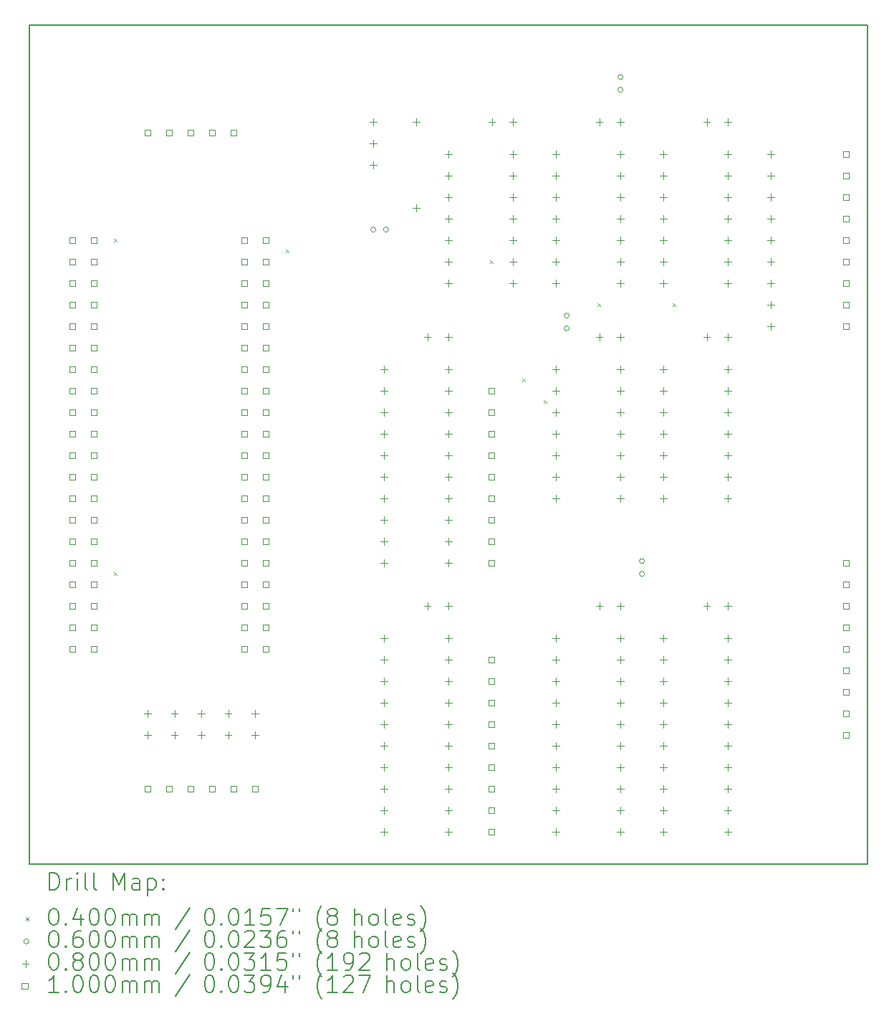
<source format=gbr>
%TF.GenerationSoftware,KiCad,Pcbnew,(7.0.0)*%
%TF.CreationDate,2023-07-06T22:10:32+02:00*%
%TF.ProjectId,cdp-leddriver,6364702d-6c65-4646-9472-697665722e6b,1*%
%TF.SameCoordinates,Original*%
%TF.FileFunction,Drillmap*%
%TF.FilePolarity,Positive*%
%FSLAX45Y45*%
G04 Gerber Fmt 4.5, Leading zero omitted, Abs format (unit mm)*
G04 Created by KiCad (PCBNEW (7.0.0)) date 2023-07-06 22:10:32*
%MOMM*%
%LPD*%
G01*
G04 APERTURE LIST*
%ADD10C,0.150000*%
%ADD11C,0.200000*%
%ADD12C,0.040000*%
%ADD13C,0.060000*%
%ADD14C,0.080000*%
%ADD15C,0.100000*%
G04 APERTURE END LIST*
D10*
X10795000Y-4572000D02*
X20701000Y-4572000D01*
X20701000Y-4572000D02*
X20701000Y-14478000D01*
X20701000Y-14478000D02*
X10795000Y-14478000D01*
X10795000Y-14478000D02*
X10795000Y-4572000D01*
D11*
D12*
X11791000Y-7092000D02*
X11831000Y-7132000D01*
X11831000Y-7092000D02*
X11791000Y-7132000D01*
X11791000Y-11029000D02*
X11831000Y-11069000D01*
X11831000Y-11029000D02*
X11791000Y-11069000D01*
X13823000Y-7219000D02*
X13863000Y-7259000D01*
X13863000Y-7219000D02*
X13823000Y-7259000D01*
X16236000Y-7346000D02*
X16276000Y-7386000D01*
X16276000Y-7346000D02*
X16236000Y-7386000D01*
X16617000Y-8743000D02*
X16657000Y-8783000D01*
X16657000Y-8743000D02*
X16617000Y-8783000D01*
X16871000Y-8997000D02*
X16911000Y-9037000D01*
X16911000Y-8997000D02*
X16871000Y-9037000D01*
X17506000Y-7854000D02*
X17546000Y-7894000D01*
X17546000Y-7854000D02*
X17506000Y-7894000D01*
X18395000Y-7854000D02*
X18435000Y-7894000D01*
X18435000Y-7854000D02*
X18395000Y-7894000D01*
D13*
X14889000Y-6985000D02*
G75*
G03*
X14889000Y-6985000I-30000J0D01*
G01*
X15039000Y-6985000D02*
G75*
G03*
X15039000Y-6985000I-30000J0D01*
G01*
X17175000Y-8001000D02*
G75*
G03*
X17175000Y-8001000I-30000J0D01*
G01*
X17175000Y-8151000D02*
G75*
G03*
X17175000Y-8151000I-30000J0D01*
G01*
X17810000Y-5184000D02*
G75*
G03*
X17810000Y-5184000I-30000J0D01*
G01*
X17810000Y-5334000D02*
G75*
G03*
X17810000Y-5334000I-30000J0D01*
G01*
X18064000Y-10899000D02*
G75*
G03*
X18064000Y-10899000I-30000J0D01*
G01*
X18064000Y-11049000D02*
G75*
G03*
X18064000Y-11049000I-30000J0D01*
G01*
D14*
X12192000Y-12660000D02*
X12192000Y-12740000D01*
X12152000Y-12700000D02*
X12232000Y-12700000D01*
X12192000Y-12914000D02*
X12192000Y-12994000D01*
X12152000Y-12954000D02*
X12232000Y-12954000D01*
X12509500Y-12660000D02*
X12509500Y-12740000D01*
X12469500Y-12700000D02*
X12549500Y-12700000D01*
X12509500Y-12914000D02*
X12509500Y-12994000D01*
X12469500Y-12954000D02*
X12549500Y-12954000D01*
X12827000Y-12660000D02*
X12827000Y-12740000D01*
X12787000Y-12700000D02*
X12867000Y-12700000D01*
X12827000Y-12914000D02*
X12827000Y-12994000D01*
X12787000Y-12954000D02*
X12867000Y-12954000D01*
X13144500Y-12660000D02*
X13144500Y-12740000D01*
X13104500Y-12700000D02*
X13184500Y-12700000D01*
X13144500Y-12914000D02*
X13144500Y-12994000D01*
X13104500Y-12954000D02*
X13184500Y-12954000D01*
X13462000Y-12660000D02*
X13462000Y-12740000D01*
X13422000Y-12700000D02*
X13502000Y-12700000D01*
X13462000Y-12914000D02*
X13462000Y-12994000D01*
X13422000Y-12954000D02*
X13502000Y-12954000D01*
X14859000Y-5675000D02*
X14859000Y-5755000D01*
X14819000Y-5715000D02*
X14899000Y-5715000D01*
X14859000Y-5929000D02*
X14859000Y-6009000D01*
X14819000Y-5969000D02*
X14899000Y-5969000D01*
X14859000Y-6183000D02*
X14859000Y-6263000D01*
X14819000Y-6223000D02*
X14899000Y-6223000D01*
X14986000Y-8596000D02*
X14986000Y-8676000D01*
X14946000Y-8636000D02*
X15026000Y-8636000D01*
X14986000Y-8850000D02*
X14986000Y-8930000D01*
X14946000Y-8890000D02*
X15026000Y-8890000D01*
X14986000Y-9104000D02*
X14986000Y-9184000D01*
X14946000Y-9144000D02*
X15026000Y-9144000D01*
X14986000Y-9358000D02*
X14986000Y-9438000D01*
X14946000Y-9398000D02*
X15026000Y-9398000D01*
X14986000Y-9612000D02*
X14986000Y-9692000D01*
X14946000Y-9652000D02*
X15026000Y-9652000D01*
X14986000Y-9866000D02*
X14986000Y-9946000D01*
X14946000Y-9906000D02*
X15026000Y-9906000D01*
X14986000Y-10120000D02*
X14986000Y-10200000D01*
X14946000Y-10160000D02*
X15026000Y-10160000D01*
X14986000Y-10374000D02*
X14986000Y-10454000D01*
X14946000Y-10414000D02*
X15026000Y-10414000D01*
X14986000Y-10628000D02*
X14986000Y-10708000D01*
X14946000Y-10668000D02*
X15026000Y-10668000D01*
X14986000Y-10882000D02*
X14986000Y-10962000D01*
X14946000Y-10922000D02*
X15026000Y-10922000D01*
X14986000Y-11771000D02*
X14986000Y-11851000D01*
X14946000Y-11811000D02*
X15026000Y-11811000D01*
X14986000Y-12025000D02*
X14986000Y-12105000D01*
X14946000Y-12065000D02*
X15026000Y-12065000D01*
X14986000Y-12279000D02*
X14986000Y-12359000D01*
X14946000Y-12319000D02*
X15026000Y-12319000D01*
X14986000Y-12533000D02*
X14986000Y-12613000D01*
X14946000Y-12573000D02*
X15026000Y-12573000D01*
X14986000Y-12787000D02*
X14986000Y-12867000D01*
X14946000Y-12827000D02*
X15026000Y-12827000D01*
X14986000Y-13041000D02*
X14986000Y-13121000D01*
X14946000Y-13081000D02*
X15026000Y-13081000D01*
X14986000Y-13295000D02*
X14986000Y-13375000D01*
X14946000Y-13335000D02*
X15026000Y-13335000D01*
X14986000Y-13549000D02*
X14986000Y-13629000D01*
X14946000Y-13589000D02*
X15026000Y-13589000D01*
X14986000Y-13803000D02*
X14986000Y-13883000D01*
X14946000Y-13843000D02*
X15026000Y-13843000D01*
X14986000Y-14057000D02*
X14986000Y-14137000D01*
X14946000Y-14097000D02*
X15026000Y-14097000D01*
X15367000Y-5675000D02*
X15367000Y-5755000D01*
X15327000Y-5715000D02*
X15407000Y-5715000D01*
X15367000Y-6691000D02*
X15367000Y-6771000D01*
X15327000Y-6731000D02*
X15407000Y-6731000D01*
X15498000Y-8215000D02*
X15498000Y-8295000D01*
X15458000Y-8255000D02*
X15538000Y-8255000D01*
X15498000Y-11390000D02*
X15498000Y-11470000D01*
X15458000Y-11430000D02*
X15538000Y-11430000D01*
X15748000Y-6056000D02*
X15748000Y-6136000D01*
X15708000Y-6096000D02*
X15788000Y-6096000D01*
X15748000Y-6310000D02*
X15748000Y-6390000D01*
X15708000Y-6350000D02*
X15788000Y-6350000D01*
X15748000Y-6564000D02*
X15748000Y-6644000D01*
X15708000Y-6604000D02*
X15788000Y-6604000D01*
X15748000Y-6818000D02*
X15748000Y-6898000D01*
X15708000Y-6858000D02*
X15788000Y-6858000D01*
X15748000Y-7072000D02*
X15748000Y-7152000D01*
X15708000Y-7112000D02*
X15788000Y-7112000D01*
X15748000Y-7326000D02*
X15748000Y-7406000D01*
X15708000Y-7366000D02*
X15788000Y-7366000D01*
X15748000Y-7580000D02*
X15748000Y-7660000D01*
X15708000Y-7620000D02*
X15788000Y-7620000D01*
X15748000Y-8215000D02*
X15748000Y-8295000D01*
X15708000Y-8255000D02*
X15788000Y-8255000D01*
X15748000Y-8596000D02*
X15748000Y-8676000D01*
X15708000Y-8636000D02*
X15788000Y-8636000D01*
X15748000Y-8850000D02*
X15748000Y-8930000D01*
X15708000Y-8890000D02*
X15788000Y-8890000D01*
X15748000Y-9104000D02*
X15748000Y-9184000D01*
X15708000Y-9144000D02*
X15788000Y-9144000D01*
X15748000Y-9358000D02*
X15748000Y-9438000D01*
X15708000Y-9398000D02*
X15788000Y-9398000D01*
X15748000Y-9612000D02*
X15748000Y-9692000D01*
X15708000Y-9652000D02*
X15788000Y-9652000D01*
X15748000Y-9866000D02*
X15748000Y-9946000D01*
X15708000Y-9906000D02*
X15788000Y-9906000D01*
X15748000Y-10120000D02*
X15748000Y-10200000D01*
X15708000Y-10160000D02*
X15788000Y-10160000D01*
X15748000Y-10374000D02*
X15748000Y-10454000D01*
X15708000Y-10414000D02*
X15788000Y-10414000D01*
X15748000Y-10628000D02*
X15748000Y-10708000D01*
X15708000Y-10668000D02*
X15788000Y-10668000D01*
X15748000Y-10882000D02*
X15748000Y-10962000D01*
X15708000Y-10922000D02*
X15788000Y-10922000D01*
X15748000Y-11390000D02*
X15748000Y-11470000D01*
X15708000Y-11430000D02*
X15788000Y-11430000D01*
X15748000Y-11771000D02*
X15748000Y-11851000D01*
X15708000Y-11811000D02*
X15788000Y-11811000D01*
X15748000Y-12025000D02*
X15748000Y-12105000D01*
X15708000Y-12065000D02*
X15788000Y-12065000D01*
X15748000Y-12279000D02*
X15748000Y-12359000D01*
X15708000Y-12319000D02*
X15788000Y-12319000D01*
X15748000Y-12533000D02*
X15748000Y-12613000D01*
X15708000Y-12573000D02*
X15788000Y-12573000D01*
X15748000Y-12787000D02*
X15748000Y-12867000D01*
X15708000Y-12827000D02*
X15788000Y-12827000D01*
X15748000Y-13041000D02*
X15748000Y-13121000D01*
X15708000Y-13081000D02*
X15788000Y-13081000D01*
X15748000Y-13295000D02*
X15748000Y-13375000D01*
X15708000Y-13335000D02*
X15788000Y-13335000D01*
X15748000Y-13549000D02*
X15748000Y-13629000D01*
X15708000Y-13589000D02*
X15788000Y-13589000D01*
X15748000Y-13803000D02*
X15748000Y-13883000D01*
X15708000Y-13843000D02*
X15788000Y-13843000D01*
X15748000Y-14057000D02*
X15748000Y-14137000D01*
X15708000Y-14097000D02*
X15788000Y-14097000D01*
X16260000Y-5675000D02*
X16260000Y-5755000D01*
X16220000Y-5715000D02*
X16300000Y-5715000D01*
X16510000Y-5675000D02*
X16510000Y-5755000D01*
X16470000Y-5715000D02*
X16550000Y-5715000D01*
X16510000Y-6056000D02*
X16510000Y-6136000D01*
X16470000Y-6096000D02*
X16550000Y-6096000D01*
X16510000Y-6310000D02*
X16510000Y-6390000D01*
X16470000Y-6350000D02*
X16550000Y-6350000D01*
X16510000Y-6564000D02*
X16510000Y-6644000D01*
X16470000Y-6604000D02*
X16550000Y-6604000D01*
X16510000Y-6818000D02*
X16510000Y-6898000D01*
X16470000Y-6858000D02*
X16550000Y-6858000D01*
X16510000Y-7072000D02*
X16510000Y-7152000D01*
X16470000Y-7112000D02*
X16550000Y-7112000D01*
X16510000Y-7326000D02*
X16510000Y-7406000D01*
X16470000Y-7366000D02*
X16550000Y-7366000D01*
X16510000Y-7580000D02*
X16510000Y-7660000D01*
X16470000Y-7620000D02*
X16550000Y-7620000D01*
X17018000Y-6056000D02*
X17018000Y-6136000D01*
X16978000Y-6096000D02*
X17058000Y-6096000D01*
X17018000Y-6310000D02*
X17018000Y-6390000D01*
X16978000Y-6350000D02*
X17058000Y-6350000D01*
X17018000Y-6564000D02*
X17018000Y-6644000D01*
X16978000Y-6604000D02*
X17058000Y-6604000D01*
X17018000Y-6818000D02*
X17018000Y-6898000D01*
X16978000Y-6858000D02*
X17058000Y-6858000D01*
X17018000Y-7072000D02*
X17018000Y-7152000D01*
X16978000Y-7112000D02*
X17058000Y-7112000D01*
X17018000Y-7326000D02*
X17018000Y-7406000D01*
X16978000Y-7366000D02*
X17058000Y-7366000D01*
X17018000Y-7580000D02*
X17018000Y-7660000D01*
X16978000Y-7620000D02*
X17058000Y-7620000D01*
X17018000Y-8596000D02*
X17018000Y-8676000D01*
X16978000Y-8636000D02*
X17058000Y-8636000D01*
X17018000Y-8850000D02*
X17018000Y-8930000D01*
X16978000Y-8890000D02*
X17058000Y-8890000D01*
X17018000Y-9104000D02*
X17018000Y-9184000D01*
X16978000Y-9144000D02*
X17058000Y-9144000D01*
X17018000Y-9358000D02*
X17018000Y-9438000D01*
X16978000Y-9398000D02*
X17058000Y-9398000D01*
X17018000Y-9612000D02*
X17018000Y-9692000D01*
X16978000Y-9652000D02*
X17058000Y-9652000D01*
X17018000Y-9866000D02*
X17018000Y-9946000D01*
X16978000Y-9906000D02*
X17058000Y-9906000D01*
X17018000Y-10120000D02*
X17018000Y-10200000D01*
X16978000Y-10160000D02*
X17058000Y-10160000D01*
X17018000Y-11771000D02*
X17018000Y-11851000D01*
X16978000Y-11811000D02*
X17058000Y-11811000D01*
X17018000Y-12025000D02*
X17018000Y-12105000D01*
X16978000Y-12065000D02*
X17058000Y-12065000D01*
X17018000Y-12279000D02*
X17018000Y-12359000D01*
X16978000Y-12319000D02*
X17058000Y-12319000D01*
X17018000Y-12533000D02*
X17018000Y-12613000D01*
X16978000Y-12573000D02*
X17058000Y-12573000D01*
X17018000Y-12787000D02*
X17018000Y-12867000D01*
X16978000Y-12827000D02*
X17058000Y-12827000D01*
X17018000Y-13041000D02*
X17018000Y-13121000D01*
X16978000Y-13081000D02*
X17058000Y-13081000D01*
X17018000Y-13295000D02*
X17018000Y-13375000D01*
X16978000Y-13335000D02*
X17058000Y-13335000D01*
X17018000Y-13549000D02*
X17018000Y-13629000D01*
X16978000Y-13589000D02*
X17058000Y-13589000D01*
X17018000Y-13803000D02*
X17018000Y-13883000D01*
X16978000Y-13843000D02*
X17058000Y-13843000D01*
X17018000Y-14057000D02*
X17018000Y-14137000D01*
X16978000Y-14097000D02*
X17058000Y-14097000D01*
X17530000Y-5675000D02*
X17530000Y-5755000D01*
X17490000Y-5715000D02*
X17570000Y-5715000D01*
X17530000Y-8215000D02*
X17530000Y-8295000D01*
X17490000Y-8255000D02*
X17570000Y-8255000D01*
X17530000Y-11390000D02*
X17530000Y-11470000D01*
X17490000Y-11430000D02*
X17570000Y-11430000D01*
X17780000Y-5675000D02*
X17780000Y-5755000D01*
X17740000Y-5715000D02*
X17820000Y-5715000D01*
X17780000Y-6056000D02*
X17780000Y-6136000D01*
X17740000Y-6096000D02*
X17820000Y-6096000D01*
X17780000Y-6310000D02*
X17780000Y-6390000D01*
X17740000Y-6350000D02*
X17820000Y-6350000D01*
X17780000Y-6564000D02*
X17780000Y-6644000D01*
X17740000Y-6604000D02*
X17820000Y-6604000D01*
X17780000Y-6818000D02*
X17780000Y-6898000D01*
X17740000Y-6858000D02*
X17820000Y-6858000D01*
X17780000Y-7072000D02*
X17780000Y-7152000D01*
X17740000Y-7112000D02*
X17820000Y-7112000D01*
X17780000Y-7326000D02*
X17780000Y-7406000D01*
X17740000Y-7366000D02*
X17820000Y-7366000D01*
X17780000Y-7580000D02*
X17780000Y-7660000D01*
X17740000Y-7620000D02*
X17820000Y-7620000D01*
X17780000Y-8215000D02*
X17780000Y-8295000D01*
X17740000Y-8255000D02*
X17820000Y-8255000D01*
X17780000Y-8596000D02*
X17780000Y-8676000D01*
X17740000Y-8636000D02*
X17820000Y-8636000D01*
X17780000Y-8850000D02*
X17780000Y-8930000D01*
X17740000Y-8890000D02*
X17820000Y-8890000D01*
X17780000Y-9104000D02*
X17780000Y-9184000D01*
X17740000Y-9144000D02*
X17820000Y-9144000D01*
X17780000Y-9358000D02*
X17780000Y-9438000D01*
X17740000Y-9398000D02*
X17820000Y-9398000D01*
X17780000Y-9612000D02*
X17780000Y-9692000D01*
X17740000Y-9652000D02*
X17820000Y-9652000D01*
X17780000Y-9866000D02*
X17780000Y-9946000D01*
X17740000Y-9906000D02*
X17820000Y-9906000D01*
X17780000Y-10120000D02*
X17780000Y-10200000D01*
X17740000Y-10160000D02*
X17820000Y-10160000D01*
X17780000Y-11390000D02*
X17780000Y-11470000D01*
X17740000Y-11430000D02*
X17820000Y-11430000D01*
X17780000Y-11771000D02*
X17780000Y-11851000D01*
X17740000Y-11811000D02*
X17820000Y-11811000D01*
X17780000Y-12025000D02*
X17780000Y-12105000D01*
X17740000Y-12065000D02*
X17820000Y-12065000D01*
X17780000Y-12279000D02*
X17780000Y-12359000D01*
X17740000Y-12319000D02*
X17820000Y-12319000D01*
X17780000Y-12533000D02*
X17780000Y-12613000D01*
X17740000Y-12573000D02*
X17820000Y-12573000D01*
X17780000Y-12787000D02*
X17780000Y-12867000D01*
X17740000Y-12827000D02*
X17820000Y-12827000D01*
X17780000Y-13041000D02*
X17780000Y-13121000D01*
X17740000Y-13081000D02*
X17820000Y-13081000D01*
X17780000Y-13295000D02*
X17780000Y-13375000D01*
X17740000Y-13335000D02*
X17820000Y-13335000D01*
X17780000Y-13549000D02*
X17780000Y-13629000D01*
X17740000Y-13589000D02*
X17820000Y-13589000D01*
X17780000Y-13803000D02*
X17780000Y-13883000D01*
X17740000Y-13843000D02*
X17820000Y-13843000D01*
X17780000Y-14057000D02*
X17780000Y-14137000D01*
X17740000Y-14097000D02*
X17820000Y-14097000D01*
X18288000Y-6056000D02*
X18288000Y-6136000D01*
X18248000Y-6096000D02*
X18328000Y-6096000D01*
X18288000Y-6310000D02*
X18288000Y-6390000D01*
X18248000Y-6350000D02*
X18328000Y-6350000D01*
X18288000Y-6564000D02*
X18288000Y-6644000D01*
X18248000Y-6604000D02*
X18328000Y-6604000D01*
X18288000Y-6818000D02*
X18288000Y-6898000D01*
X18248000Y-6858000D02*
X18328000Y-6858000D01*
X18288000Y-7072000D02*
X18288000Y-7152000D01*
X18248000Y-7112000D02*
X18328000Y-7112000D01*
X18288000Y-7326000D02*
X18288000Y-7406000D01*
X18248000Y-7366000D02*
X18328000Y-7366000D01*
X18288000Y-7580000D02*
X18288000Y-7660000D01*
X18248000Y-7620000D02*
X18328000Y-7620000D01*
X18288000Y-8596000D02*
X18288000Y-8676000D01*
X18248000Y-8636000D02*
X18328000Y-8636000D01*
X18288000Y-8850000D02*
X18288000Y-8930000D01*
X18248000Y-8890000D02*
X18328000Y-8890000D01*
X18288000Y-9104000D02*
X18288000Y-9184000D01*
X18248000Y-9144000D02*
X18328000Y-9144000D01*
X18288000Y-9358000D02*
X18288000Y-9438000D01*
X18248000Y-9398000D02*
X18328000Y-9398000D01*
X18288000Y-9612000D02*
X18288000Y-9692000D01*
X18248000Y-9652000D02*
X18328000Y-9652000D01*
X18288000Y-9866000D02*
X18288000Y-9946000D01*
X18248000Y-9906000D02*
X18328000Y-9906000D01*
X18288000Y-10120000D02*
X18288000Y-10200000D01*
X18248000Y-10160000D02*
X18328000Y-10160000D01*
X18288000Y-11771000D02*
X18288000Y-11851000D01*
X18248000Y-11811000D02*
X18328000Y-11811000D01*
X18288000Y-12025000D02*
X18288000Y-12105000D01*
X18248000Y-12065000D02*
X18328000Y-12065000D01*
X18288000Y-12279000D02*
X18288000Y-12359000D01*
X18248000Y-12319000D02*
X18328000Y-12319000D01*
X18288000Y-12533000D02*
X18288000Y-12613000D01*
X18248000Y-12573000D02*
X18328000Y-12573000D01*
X18288000Y-12787000D02*
X18288000Y-12867000D01*
X18248000Y-12827000D02*
X18328000Y-12827000D01*
X18288000Y-13041000D02*
X18288000Y-13121000D01*
X18248000Y-13081000D02*
X18328000Y-13081000D01*
X18288000Y-13295000D02*
X18288000Y-13375000D01*
X18248000Y-13335000D02*
X18328000Y-13335000D01*
X18288000Y-13549000D02*
X18288000Y-13629000D01*
X18248000Y-13589000D02*
X18328000Y-13589000D01*
X18288000Y-13803000D02*
X18288000Y-13883000D01*
X18248000Y-13843000D02*
X18328000Y-13843000D01*
X18288000Y-14057000D02*
X18288000Y-14137000D01*
X18248000Y-14097000D02*
X18328000Y-14097000D01*
X18800000Y-5675000D02*
X18800000Y-5755000D01*
X18760000Y-5715000D02*
X18840000Y-5715000D01*
X18800000Y-8215000D02*
X18800000Y-8295000D01*
X18760000Y-8255000D02*
X18840000Y-8255000D01*
X18800000Y-11390000D02*
X18800000Y-11470000D01*
X18760000Y-11430000D02*
X18840000Y-11430000D01*
X19050000Y-5675000D02*
X19050000Y-5755000D01*
X19010000Y-5715000D02*
X19090000Y-5715000D01*
X19050000Y-6056000D02*
X19050000Y-6136000D01*
X19010000Y-6096000D02*
X19090000Y-6096000D01*
X19050000Y-6310000D02*
X19050000Y-6390000D01*
X19010000Y-6350000D02*
X19090000Y-6350000D01*
X19050000Y-6564000D02*
X19050000Y-6644000D01*
X19010000Y-6604000D02*
X19090000Y-6604000D01*
X19050000Y-6818000D02*
X19050000Y-6898000D01*
X19010000Y-6858000D02*
X19090000Y-6858000D01*
X19050000Y-7072000D02*
X19050000Y-7152000D01*
X19010000Y-7112000D02*
X19090000Y-7112000D01*
X19050000Y-7326000D02*
X19050000Y-7406000D01*
X19010000Y-7366000D02*
X19090000Y-7366000D01*
X19050000Y-7580000D02*
X19050000Y-7660000D01*
X19010000Y-7620000D02*
X19090000Y-7620000D01*
X19050000Y-8215000D02*
X19050000Y-8295000D01*
X19010000Y-8255000D02*
X19090000Y-8255000D01*
X19050000Y-8596000D02*
X19050000Y-8676000D01*
X19010000Y-8636000D02*
X19090000Y-8636000D01*
X19050000Y-8850000D02*
X19050000Y-8930000D01*
X19010000Y-8890000D02*
X19090000Y-8890000D01*
X19050000Y-9104000D02*
X19050000Y-9184000D01*
X19010000Y-9144000D02*
X19090000Y-9144000D01*
X19050000Y-9358000D02*
X19050000Y-9438000D01*
X19010000Y-9398000D02*
X19090000Y-9398000D01*
X19050000Y-9612000D02*
X19050000Y-9692000D01*
X19010000Y-9652000D02*
X19090000Y-9652000D01*
X19050000Y-9866000D02*
X19050000Y-9946000D01*
X19010000Y-9906000D02*
X19090000Y-9906000D01*
X19050000Y-10120000D02*
X19050000Y-10200000D01*
X19010000Y-10160000D02*
X19090000Y-10160000D01*
X19050000Y-11390000D02*
X19050000Y-11470000D01*
X19010000Y-11430000D02*
X19090000Y-11430000D01*
X19050000Y-11771000D02*
X19050000Y-11851000D01*
X19010000Y-11811000D02*
X19090000Y-11811000D01*
X19050000Y-12025000D02*
X19050000Y-12105000D01*
X19010000Y-12065000D02*
X19090000Y-12065000D01*
X19050000Y-12279000D02*
X19050000Y-12359000D01*
X19010000Y-12319000D02*
X19090000Y-12319000D01*
X19050000Y-12533000D02*
X19050000Y-12613000D01*
X19010000Y-12573000D02*
X19090000Y-12573000D01*
X19050000Y-12787000D02*
X19050000Y-12867000D01*
X19010000Y-12827000D02*
X19090000Y-12827000D01*
X19050000Y-13041000D02*
X19050000Y-13121000D01*
X19010000Y-13081000D02*
X19090000Y-13081000D01*
X19050000Y-13295000D02*
X19050000Y-13375000D01*
X19010000Y-13335000D02*
X19090000Y-13335000D01*
X19050000Y-13549000D02*
X19050000Y-13629000D01*
X19010000Y-13589000D02*
X19090000Y-13589000D01*
X19050000Y-13803000D02*
X19050000Y-13883000D01*
X19010000Y-13843000D02*
X19090000Y-13843000D01*
X19050000Y-14057000D02*
X19050000Y-14137000D01*
X19010000Y-14097000D02*
X19090000Y-14097000D01*
X19558000Y-6056000D02*
X19558000Y-6136000D01*
X19518000Y-6096000D02*
X19598000Y-6096000D01*
X19558000Y-6310000D02*
X19558000Y-6390000D01*
X19518000Y-6350000D02*
X19598000Y-6350000D01*
X19558000Y-6564000D02*
X19558000Y-6644000D01*
X19518000Y-6604000D02*
X19598000Y-6604000D01*
X19558000Y-6818000D02*
X19558000Y-6898000D01*
X19518000Y-6858000D02*
X19598000Y-6858000D01*
X19558000Y-7072000D02*
X19558000Y-7152000D01*
X19518000Y-7112000D02*
X19598000Y-7112000D01*
X19558000Y-7326000D02*
X19558000Y-7406000D01*
X19518000Y-7366000D02*
X19598000Y-7366000D01*
X19558000Y-7580000D02*
X19558000Y-7660000D01*
X19518000Y-7620000D02*
X19598000Y-7620000D01*
X19558000Y-7834000D02*
X19558000Y-7914000D01*
X19518000Y-7874000D02*
X19598000Y-7874000D01*
X19558000Y-8088000D02*
X19558000Y-8168000D01*
X19518000Y-8128000D02*
X19598000Y-8128000D01*
D15*
X11338356Y-7147356D02*
X11338356Y-7076644D01*
X11267644Y-7076644D01*
X11267644Y-7147356D01*
X11338356Y-7147356D01*
X11338356Y-7401356D02*
X11338356Y-7330644D01*
X11267644Y-7330644D01*
X11267644Y-7401356D01*
X11338356Y-7401356D01*
X11338356Y-7655356D02*
X11338356Y-7584644D01*
X11267644Y-7584644D01*
X11267644Y-7655356D01*
X11338356Y-7655356D01*
X11338356Y-7909356D02*
X11338356Y-7838644D01*
X11267644Y-7838644D01*
X11267644Y-7909356D01*
X11338356Y-7909356D01*
X11338356Y-8163356D02*
X11338356Y-8092644D01*
X11267644Y-8092644D01*
X11267644Y-8163356D01*
X11338356Y-8163356D01*
X11338356Y-8417356D02*
X11338356Y-8346644D01*
X11267644Y-8346644D01*
X11267644Y-8417356D01*
X11338356Y-8417356D01*
X11338356Y-8671356D02*
X11338356Y-8600644D01*
X11267644Y-8600644D01*
X11267644Y-8671356D01*
X11338356Y-8671356D01*
X11338356Y-8925356D02*
X11338356Y-8854644D01*
X11267644Y-8854644D01*
X11267644Y-8925356D01*
X11338356Y-8925356D01*
X11338356Y-9179356D02*
X11338356Y-9108644D01*
X11267644Y-9108644D01*
X11267644Y-9179356D01*
X11338356Y-9179356D01*
X11338356Y-9433356D02*
X11338356Y-9362644D01*
X11267644Y-9362644D01*
X11267644Y-9433356D01*
X11338356Y-9433356D01*
X11338356Y-9687356D02*
X11338356Y-9616644D01*
X11267644Y-9616644D01*
X11267644Y-9687356D01*
X11338356Y-9687356D01*
X11338356Y-9941356D02*
X11338356Y-9870644D01*
X11267644Y-9870644D01*
X11267644Y-9941356D01*
X11338356Y-9941356D01*
X11338356Y-10195356D02*
X11338356Y-10124644D01*
X11267644Y-10124644D01*
X11267644Y-10195356D01*
X11338356Y-10195356D01*
X11338356Y-10449356D02*
X11338356Y-10378644D01*
X11267644Y-10378644D01*
X11267644Y-10449356D01*
X11338356Y-10449356D01*
X11338356Y-10703356D02*
X11338356Y-10632644D01*
X11267644Y-10632644D01*
X11267644Y-10703356D01*
X11338356Y-10703356D01*
X11338356Y-10957356D02*
X11338356Y-10886644D01*
X11267644Y-10886644D01*
X11267644Y-10957356D01*
X11338356Y-10957356D01*
X11338356Y-11211356D02*
X11338356Y-11140644D01*
X11267644Y-11140644D01*
X11267644Y-11211356D01*
X11338356Y-11211356D01*
X11338356Y-11465356D02*
X11338356Y-11394644D01*
X11267644Y-11394644D01*
X11267644Y-11465356D01*
X11338356Y-11465356D01*
X11338356Y-11719356D02*
X11338356Y-11648644D01*
X11267644Y-11648644D01*
X11267644Y-11719356D01*
X11338356Y-11719356D01*
X11338356Y-11973356D02*
X11338356Y-11902644D01*
X11267644Y-11902644D01*
X11267644Y-11973356D01*
X11338356Y-11973356D01*
X11592356Y-7147356D02*
X11592356Y-7076644D01*
X11521644Y-7076644D01*
X11521644Y-7147356D01*
X11592356Y-7147356D01*
X11592356Y-7401356D02*
X11592356Y-7330644D01*
X11521644Y-7330644D01*
X11521644Y-7401356D01*
X11592356Y-7401356D01*
X11592356Y-7655356D02*
X11592356Y-7584644D01*
X11521644Y-7584644D01*
X11521644Y-7655356D01*
X11592356Y-7655356D01*
X11592356Y-7909356D02*
X11592356Y-7838644D01*
X11521644Y-7838644D01*
X11521644Y-7909356D01*
X11592356Y-7909356D01*
X11592356Y-8163356D02*
X11592356Y-8092644D01*
X11521644Y-8092644D01*
X11521644Y-8163356D01*
X11592356Y-8163356D01*
X11592356Y-8417356D02*
X11592356Y-8346644D01*
X11521644Y-8346644D01*
X11521644Y-8417356D01*
X11592356Y-8417356D01*
X11592356Y-8671356D02*
X11592356Y-8600644D01*
X11521644Y-8600644D01*
X11521644Y-8671356D01*
X11592356Y-8671356D01*
X11592356Y-8925356D02*
X11592356Y-8854644D01*
X11521644Y-8854644D01*
X11521644Y-8925356D01*
X11592356Y-8925356D01*
X11592356Y-9179356D02*
X11592356Y-9108644D01*
X11521644Y-9108644D01*
X11521644Y-9179356D01*
X11592356Y-9179356D01*
X11592356Y-9433356D02*
X11592356Y-9362644D01*
X11521644Y-9362644D01*
X11521644Y-9433356D01*
X11592356Y-9433356D01*
X11592356Y-9687356D02*
X11592356Y-9616644D01*
X11521644Y-9616644D01*
X11521644Y-9687356D01*
X11592356Y-9687356D01*
X11592356Y-9941356D02*
X11592356Y-9870644D01*
X11521644Y-9870644D01*
X11521644Y-9941356D01*
X11592356Y-9941356D01*
X11592356Y-10195356D02*
X11592356Y-10124644D01*
X11521644Y-10124644D01*
X11521644Y-10195356D01*
X11592356Y-10195356D01*
X11592356Y-10449356D02*
X11592356Y-10378644D01*
X11521644Y-10378644D01*
X11521644Y-10449356D01*
X11592356Y-10449356D01*
X11592356Y-10703356D02*
X11592356Y-10632644D01*
X11521644Y-10632644D01*
X11521644Y-10703356D01*
X11592356Y-10703356D01*
X11592356Y-10957356D02*
X11592356Y-10886644D01*
X11521644Y-10886644D01*
X11521644Y-10957356D01*
X11592356Y-10957356D01*
X11592356Y-11211356D02*
X11592356Y-11140644D01*
X11521644Y-11140644D01*
X11521644Y-11211356D01*
X11592356Y-11211356D01*
X11592356Y-11465356D02*
X11592356Y-11394644D01*
X11521644Y-11394644D01*
X11521644Y-11465356D01*
X11592356Y-11465356D01*
X11592356Y-11719356D02*
X11592356Y-11648644D01*
X11521644Y-11648644D01*
X11521644Y-11719356D01*
X11592356Y-11719356D01*
X11592356Y-11973356D02*
X11592356Y-11902644D01*
X11521644Y-11902644D01*
X11521644Y-11973356D01*
X11592356Y-11973356D01*
X12227356Y-5877356D02*
X12227356Y-5806644D01*
X12156644Y-5806644D01*
X12156644Y-5877356D01*
X12227356Y-5877356D01*
X12227356Y-13624356D02*
X12227356Y-13553644D01*
X12156644Y-13553644D01*
X12156644Y-13624356D01*
X12227356Y-13624356D01*
X12481356Y-5877356D02*
X12481356Y-5806644D01*
X12410644Y-5806644D01*
X12410644Y-5877356D01*
X12481356Y-5877356D01*
X12481356Y-13624356D02*
X12481356Y-13553644D01*
X12410644Y-13553644D01*
X12410644Y-13624356D01*
X12481356Y-13624356D01*
X12735356Y-5877356D02*
X12735356Y-5806644D01*
X12664644Y-5806644D01*
X12664644Y-5877356D01*
X12735356Y-5877356D01*
X12735356Y-13624356D02*
X12735356Y-13553644D01*
X12664644Y-13553644D01*
X12664644Y-13624356D01*
X12735356Y-13624356D01*
X12989356Y-5877356D02*
X12989356Y-5806644D01*
X12918644Y-5806644D01*
X12918644Y-5877356D01*
X12989356Y-5877356D01*
X12989356Y-13624356D02*
X12989356Y-13553644D01*
X12918644Y-13553644D01*
X12918644Y-13624356D01*
X12989356Y-13624356D01*
X13243356Y-5877356D02*
X13243356Y-5806644D01*
X13172644Y-5806644D01*
X13172644Y-5877356D01*
X13243356Y-5877356D01*
X13243356Y-13624356D02*
X13243356Y-13553644D01*
X13172644Y-13553644D01*
X13172644Y-13624356D01*
X13243356Y-13624356D01*
X13370356Y-7147356D02*
X13370356Y-7076644D01*
X13299644Y-7076644D01*
X13299644Y-7147356D01*
X13370356Y-7147356D01*
X13370356Y-7401356D02*
X13370356Y-7330644D01*
X13299644Y-7330644D01*
X13299644Y-7401356D01*
X13370356Y-7401356D01*
X13370356Y-7655356D02*
X13370356Y-7584644D01*
X13299644Y-7584644D01*
X13299644Y-7655356D01*
X13370356Y-7655356D01*
X13370356Y-7909356D02*
X13370356Y-7838644D01*
X13299644Y-7838644D01*
X13299644Y-7909356D01*
X13370356Y-7909356D01*
X13370356Y-8163356D02*
X13370356Y-8092644D01*
X13299644Y-8092644D01*
X13299644Y-8163356D01*
X13370356Y-8163356D01*
X13370356Y-8417356D02*
X13370356Y-8346644D01*
X13299644Y-8346644D01*
X13299644Y-8417356D01*
X13370356Y-8417356D01*
X13370356Y-8671356D02*
X13370356Y-8600644D01*
X13299644Y-8600644D01*
X13299644Y-8671356D01*
X13370356Y-8671356D01*
X13370356Y-8925356D02*
X13370356Y-8854644D01*
X13299644Y-8854644D01*
X13299644Y-8925356D01*
X13370356Y-8925356D01*
X13370356Y-9179356D02*
X13370356Y-9108644D01*
X13299644Y-9108644D01*
X13299644Y-9179356D01*
X13370356Y-9179356D01*
X13370356Y-9433356D02*
X13370356Y-9362644D01*
X13299644Y-9362644D01*
X13299644Y-9433356D01*
X13370356Y-9433356D01*
X13370356Y-9687356D02*
X13370356Y-9616644D01*
X13299644Y-9616644D01*
X13299644Y-9687356D01*
X13370356Y-9687356D01*
X13370356Y-9941356D02*
X13370356Y-9870644D01*
X13299644Y-9870644D01*
X13299644Y-9941356D01*
X13370356Y-9941356D01*
X13370356Y-10195356D02*
X13370356Y-10124644D01*
X13299644Y-10124644D01*
X13299644Y-10195356D01*
X13370356Y-10195356D01*
X13370356Y-10449356D02*
X13370356Y-10378644D01*
X13299644Y-10378644D01*
X13299644Y-10449356D01*
X13370356Y-10449356D01*
X13370356Y-10703356D02*
X13370356Y-10632644D01*
X13299644Y-10632644D01*
X13299644Y-10703356D01*
X13370356Y-10703356D01*
X13370356Y-10957356D02*
X13370356Y-10886644D01*
X13299644Y-10886644D01*
X13299644Y-10957356D01*
X13370356Y-10957356D01*
X13370356Y-11211356D02*
X13370356Y-11140644D01*
X13299644Y-11140644D01*
X13299644Y-11211356D01*
X13370356Y-11211356D01*
X13370356Y-11465356D02*
X13370356Y-11394644D01*
X13299644Y-11394644D01*
X13299644Y-11465356D01*
X13370356Y-11465356D01*
X13370356Y-11719356D02*
X13370356Y-11648644D01*
X13299644Y-11648644D01*
X13299644Y-11719356D01*
X13370356Y-11719356D01*
X13370356Y-11973356D02*
X13370356Y-11902644D01*
X13299644Y-11902644D01*
X13299644Y-11973356D01*
X13370356Y-11973356D01*
X13497356Y-13624356D02*
X13497356Y-13553644D01*
X13426644Y-13553644D01*
X13426644Y-13624356D01*
X13497356Y-13624356D01*
X13624356Y-7147356D02*
X13624356Y-7076644D01*
X13553644Y-7076644D01*
X13553644Y-7147356D01*
X13624356Y-7147356D01*
X13624356Y-7401356D02*
X13624356Y-7330644D01*
X13553644Y-7330644D01*
X13553644Y-7401356D01*
X13624356Y-7401356D01*
X13624356Y-7655356D02*
X13624356Y-7584644D01*
X13553644Y-7584644D01*
X13553644Y-7655356D01*
X13624356Y-7655356D01*
X13624356Y-7909356D02*
X13624356Y-7838644D01*
X13553644Y-7838644D01*
X13553644Y-7909356D01*
X13624356Y-7909356D01*
X13624356Y-8163356D02*
X13624356Y-8092644D01*
X13553644Y-8092644D01*
X13553644Y-8163356D01*
X13624356Y-8163356D01*
X13624356Y-8417356D02*
X13624356Y-8346644D01*
X13553644Y-8346644D01*
X13553644Y-8417356D01*
X13624356Y-8417356D01*
X13624356Y-8671356D02*
X13624356Y-8600644D01*
X13553644Y-8600644D01*
X13553644Y-8671356D01*
X13624356Y-8671356D01*
X13624356Y-8925356D02*
X13624356Y-8854644D01*
X13553644Y-8854644D01*
X13553644Y-8925356D01*
X13624356Y-8925356D01*
X13624356Y-9179356D02*
X13624356Y-9108644D01*
X13553644Y-9108644D01*
X13553644Y-9179356D01*
X13624356Y-9179356D01*
X13624356Y-9433356D02*
X13624356Y-9362644D01*
X13553644Y-9362644D01*
X13553644Y-9433356D01*
X13624356Y-9433356D01*
X13624356Y-9687356D02*
X13624356Y-9616644D01*
X13553644Y-9616644D01*
X13553644Y-9687356D01*
X13624356Y-9687356D01*
X13624356Y-9941356D02*
X13624356Y-9870644D01*
X13553644Y-9870644D01*
X13553644Y-9941356D01*
X13624356Y-9941356D01*
X13624356Y-10195356D02*
X13624356Y-10124644D01*
X13553644Y-10124644D01*
X13553644Y-10195356D01*
X13624356Y-10195356D01*
X13624356Y-10449356D02*
X13624356Y-10378644D01*
X13553644Y-10378644D01*
X13553644Y-10449356D01*
X13624356Y-10449356D01*
X13624356Y-10703356D02*
X13624356Y-10632644D01*
X13553644Y-10632644D01*
X13553644Y-10703356D01*
X13624356Y-10703356D01*
X13624356Y-10957356D02*
X13624356Y-10886644D01*
X13553644Y-10886644D01*
X13553644Y-10957356D01*
X13624356Y-10957356D01*
X13624356Y-11211356D02*
X13624356Y-11140644D01*
X13553644Y-11140644D01*
X13553644Y-11211356D01*
X13624356Y-11211356D01*
X13624356Y-11465356D02*
X13624356Y-11394644D01*
X13553644Y-11394644D01*
X13553644Y-11465356D01*
X13624356Y-11465356D01*
X13624356Y-11719356D02*
X13624356Y-11648644D01*
X13553644Y-11648644D01*
X13553644Y-11719356D01*
X13624356Y-11719356D01*
X13624356Y-11973356D02*
X13624356Y-11902644D01*
X13553644Y-11902644D01*
X13553644Y-11973356D01*
X13624356Y-11973356D01*
X16291356Y-8925356D02*
X16291356Y-8854644D01*
X16220644Y-8854644D01*
X16220644Y-8925356D01*
X16291356Y-8925356D01*
X16291356Y-9179356D02*
X16291356Y-9108644D01*
X16220644Y-9108644D01*
X16220644Y-9179356D01*
X16291356Y-9179356D01*
X16291356Y-9433356D02*
X16291356Y-9362644D01*
X16220644Y-9362644D01*
X16220644Y-9433356D01*
X16291356Y-9433356D01*
X16291356Y-9687356D02*
X16291356Y-9616644D01*
X16220644Y-9616644D01*
X16220644Y-9687356D01*
X16291356Y-9687356D01*
X16291356Y-9941356D02*
X16291356Y-9870644D01*
X16220644Y-9870644D01*
X16220644Y-9941356D01*
X16291356Y-9941356D01*
X16291356Y-10195356D02*
X16291356Y-10124644D01*
X16220644Y-10124644D01*
X16220644Y-10195356D01*
X16291356Y-10195356D01*
X16291356Y-10449356D02*
X16291356Y-10378644D01*
X16220644Y-10378644D01*
X16220644Y-10449356D01*
X16291356Y-10449356D01*
X16291356Y-10703356D02*
X16291356Y-10632644D01*
X16220644Y-10632644D01*
X16220644Y-10703356D01*
X16291356Y-10703356D01*
X16291356Y-10957356D02*
X16291356Y-10886644D01*
X16220644Y-10886644D01*
X16220644Y-10957356D01*
X16291356Y-10957356D01*
X16291356Y-12100356D02*
X16291356Y-12029644D01*
X16220644Y-12029644D01*
X16220644Y-12100356D01*
X16291356Y-12100356D01*
X16291356Y-12354356D02*
X16291356Y-12283644D01*
X16220644Y-12283644D01*
X16220644Y-12354356D01*
X16291356Y-12354356D01*
X16291356Y-12608356D02*
X16291356Y-12537644D01*
X16220644Y-12537644D01*
X16220644Y-12608356D01*
X16291356Y-12608356D01*
X16291356Y-12862356D02*
X16291356Y-12791644D01*
X16220644Y-12791644D01*
X16220644Y-12862356D01*
X16291356Y-12862356D01*
X16291356Y-13116356D02*
X16291356Y-13045644D01*
X16220644Y-13045644D01*
X16220644Y-13116356D01*
X16291356Y-13116356D01*
X16291356Y-13370356D02*
X16291356Y-13299644D01*
X16220644Y-13299644D01*
X16220644Y-13370356D01*
X16291356Y-13370356D01*
X16291356Y-13624356D02*
X16291356Y-13553644D01*
X16220644Y-13553644D01*
X16220644Y-13624356D01*
X16291356Y-13624356D01*
X16291356Y-13878356D02*
X16291356Y-13807644D01*
X16220644Y-13807644D01*
X16220644Y-13878356D01*
X16291356Y-13878356D01*
X16291356Y-14132356D02*
X16291356Y-14061644D01*
X16220644Y-14061644D01*
X16220644Y-14132356D01*
X16291356Y-14132356D01*
X20482356Y-6131356D02*
X20482356Y-6060644D01*
X20411644Y-6060644D01*
X20411644Y-6131356D01*
X20482356Y-6131356D01*
X20482356Y-6385356D02*
X20482356Y-6314644D01*
X20411644Y-6314644D01*
X20411644Y-6385356D01*
X20482356Y-6385356D01*
X20482356Y-6639356D02*
X20482356Y-6568644D01*
X20411644Y-6568644D01*
X20411644Y-6639356D01*
X20482356Y-6639356D01*
X20482356Y-6893356D02*
X20482356Y-6822644D01*
X20411644Y-6822644D01*
X20411644Y-6893356D01*
X20482356Y-6893356D01*
X20482356Y-7147356D02*
X20482356Y-7076644D01*
X20411644Y-7076644D01*
X20411644Y-7147356D01*
X20482356Y-7147356D01*
X20482356Y-7401356D02*
X20482356Y-7330644D01*
X20411644Y-7330644D01*
X20411644Y-7401356D01*
X20482356Y-7401356D01*
X20482356Y-7655356D02*
X20482356Y-7584644D01*
X20411644Y-7584644D01*
X20411644Y-7655356D01*
X20482356Y-7655356D01*
X20482356Y-7909356D02*
X20482356Y-7838644D01*
X20411644Y-7838644D01*
X20411644Y-7909356D01*
X20482356Y-7909356D01*
X20482356Y-8163356D02*
X20482356Y-8092644D01*
X20411644Y-8092644D01*
X20411644Y-8163356D01*
X20482356Y-8163356D01*
X20482356Y-10957356D02*
X20482356Y-10886644D01*
X20411644Y-10886644D01*
X20411644Y-10957356D01*
X20482356Y-10957356D01*
X20482356Y-11211356D02*
X20482356Y-11140644D01*
X20411644Y-11140644D01*
X20411644Y-11211356D01*
X20482356Y-11211356D01*
X20482356Y-11465356D02*
X20482356Y-11394644D01*
X20411644Y-11394644D01*
X20411644Y-11465356D01*
X20482356Y-11465356D01*
X20482356Y-11719356D02*
X20482356Y-11648644D01*
X20411644Y-11648644D01*
X20411644Y-11719356D01*
X20482356Y-11719356D01*
X20482356Y-11973356D02*
X20482356Y-11902644D01*
X20411644Y-11902644D01*
X20411644Y-11973356D01*
X20482356Y-11973356D01*
X20482356Y-12227356D02*
X20482356Y-12156644D01*
X20411644Y-12156644D01*
X20411644Y-12227356D01*
X20482356Y-12227356D01*
X20482356Y-12481356D02*
X20482356Y-12410644D01*
X20411644Y-12410644D01*
X20411644Y-12481356D01*
X20482356Y-12481356D01*
X20482356Y-12735356D02*
X20482356Y-12664644D01*
X20411644Y-12664644D01*
X20411644Y-12735356D01*
X20482356Y-12735356D01*
X20482356Y-12989356D02*
X20482356Y-12918644D01*
X20411644Y-12918644D01*
X20411644Y-12989356D01*
X20482356Y-12989356D01*
D11*
X11035119Y-14778976D02*
X11035119Y-14578976D01*
X11035119Y-14578976D02*
X11082738Y-14578976D01*
X11082738Y-14578976D02*
X11111310Y-14588500D01*
X11111310Y-14588500D02*
X11130357Y-14607548D01*
X11130357Y-14607548D02*
X11139881Y-14626595D01*
X11139881Y-14626595D02*
X11149405Y-14664690D01*
X11149405Y-14664690D02*
X11149405Y-14693262D01*
X11149405Y-14693262D02*
X11139881Y-14731357D01*
X11139881Y-14731357D02*
X11130357Y-14750405D01*
X11130357Y-14750405D02*
X11111310Y-14769452D01*
X11111310Y-14769452D02*
X11082738Y-14778976D01*
X11082738Y-14778976D02*
X11035119Y-14778976D01*
X11235119Y-14778976D02*
X11235119Y-14645643D01*
X11235119Y-14683738D02*
X11244643Y-14664690D01*
X11244643Y-14664690D02*
X11254167Y-14655167D01*
X11254167Y-14655167D02*
X11273214Y-14645643D01*
X11273214Y-14645643D02*
X11292262Y-14645643D01*
X11358928Y-14778976D02*
X11358928Y-14645643D01*
X11358928Y-14578976D02*
X11349405Y-14588500D01*
X11349405Y-14588500D02*
X11358928Y-14598024D01*
X11358928Y-14598024D02*
X11368452Y-14588500D01*
X11368452Y-14588500D02*
X11358928Y-14578976D01*
X11358928Y-14578976D02*
X11358928Y-14598024D01*
X11482738Y-14778976D02*
X11463690Y-14769452D01*
X11463690Y-14769452D02*
X11454167Y-14750405D01*
X11454167Y-14750405D02*
X11454167Y-14578976D01*
X11587500Y-14778976D02*
X11568452Y-14769452D01*
X11568452Y-14769452D02*
X11558928Y-14750405D01*
X11558928Y-14750405D02*
X11558928Y-14578976D01*
X11783690Y-14778976D02*
X11783690Y-14578976D01*
X11783690Y-14578976D02*
X11850357Y-14721833D01*
X11850357Y-14721833D02*
X11917024Y-14578976D01*
X11917024Y-14578976D02*
X11917024Y-14778976D01*
X12097976Y-14778976D02*
X12097976Y-14674214D01*
X12097976Y-14674214D02*
X12088452Y-14655167D01*
X12088452Y-14655167D02*
X12069405Y-14645643D01*
X12069405Y-14645643D02*
X12031309Y-14645643D01*
X12031309Y-14645643D02*
X12012262Y-14655167D01*
X12097976Y-14769452D02*
X12078928Y-14778976D01*
X12078928Y-14778976D02*
X12031309Y-14778976D01*
X12031309Y-14778976D02*
X12012262Y-14769452D01*
X12012262Y-14769452D02*
X12002738Y-14750405D01*
X12002738Y-14750405D02*
X12002738Y-14731357D01*
X12002738Y-14731357D02*
X12012262Y-14712309D01*
X12012262Y-14712309D02*
X12031309Y-14702786D01*
X12031309Y-14702786D02*
X12078928Y-14702786D01*
X12078928Y-14702786D02*
X12097976Y-14693262D01*
X12193214Y-14645643D02*
X12193214Y-14845643D01*
X12193214Y-14655167D02*
X12212262Y-14645643D01*
X12212262Y-14645643D02*
X12250357Y-14645643D01*
X12250357Y-14645643D02*
X12269405Y-14655167D01*
X12269405Y-14655167D02*
X12278928Y-14664690D01*
X12278928Y-14664690D02*
X12288452Y-14683738D01*
X12288452Y-14683738D02*
X12288452Y-14740881D01*
X12288452Y-14740881D02*
X12278928Y-14759928D01*
X12278928Y-14759928D02*
X12269405Y-14769452D01*
X12269405Y-14769452D02*
X12250357Y-14778976D01*
X12250357Y-14778976D02*
X12212262Y-14778976D01*
X12212262Y-14778976D02*
X12193214Y-14769452D01*
X12374167Y-14759928D02*
X12383690Y-14769452D01*
X12383690Y-14769452D02*
X12374167Y-14778976D01*
X12374167Y-14778976D02*
X12364643Y-14769452D01*
X12364643Y-14769452D02*
X12374167Y-14759928D01*
X12374167Y-14759928D02*
X12374167Y-14778976D01*
X12374167Y-14655167D02*
X12383690Y-14664690D01*
X12383690Y-14664690D02*
X12374167Y-14674214D01*
X12374167Y-14674214D02*
X12364643Y-14664690D01*
X12364643Y-14664690D02*
X12374167Y-14655167D01*
X12374167Y-14655167D02*
X12374167Y-14674214D01*
D12*
X10747500Y-15105500D02*
X10787500Y-15145500D01*
X10787500Y-15105500D02*
X10747500Y-15145500D01*
D11*
X11073214Y-14998976D02*
X11092262Y-14998976D01*
X11092262Y-14998976D02*
X11111310Y-15008500D01*
X11111310Y-15008500D02*
X11120833Y-15018024D01*
X11120833Y-15018024D02*
X11130357Y-15037071D01*
X11130357Y-15037071D02*
X11139881Y-15075167D01*
X11139881Y-15075167D02*
X11139881Y-15122786D01*
X11139881Y-15122786D02*
X11130357Y-15160881D01*
X11130357Y-15160881D02*
X11120833Y-15179928D01*
X11120833Y-15179928D02*
X11111310Y-15189452D01*
X11111310Y-15189452D02*
X11092262Y-15198976D01*
X11092262Y-15198976D02*
X11073214Y-15198976D01*
X11073214Y-15198976D02*
X11054167Y-15189452D01*
X11054167Y-15189452D02*
X11044643Y-15179928D01*
X11044643Y-15179928D02*
X11035119Y-15160881D01*
X11035119Y-15160881D02*
X11025595Y-15122786D01*
X11025595Y-15122786D02*
X11025595Y-15075167D01*
X11025595Y-15075167D02*
X11035119Y-15037071D01*
X11035119Y-15037071D02*
X11044643Y-15018024D01*
X11044643Y-15018024D02*
X11054167Y-15008500D01*
X11054167Y-15008500D02*
X11073214Y-14998976D01*
X11225595Y-15179928D02*
X11235119Y-15189452D01*
X11235119Y-15189452D02*
X11225595Y-15198976D01*
X11225595Y-15198976D02*
X11216071Y-15189452D01*
X11216071Y-15189452D02*
X11225595Y-15179928D01*
X11225595Y-15179928D02*
X11225595Y-15198976D01*
X11406548Y-15065643D02*
X11406548Y-15198976D01*
X11358928Y-14989452D02*
X11311309Y-15132309D01*
X11311309Y-15132309D02*
X11435119Y-15132309D01*
X11549405Y-14998976D02*
X11568452Y-14998976D01*
X11568452Y-14998976D02*
X11587500Y-15008500D01*
X11587500Y-15008500D02*
X11597024Y-15018024D01*
X11597024Y-15018024D02*
X11606548Y-15037071D01*
X11606548Y-15037071D02*
X11616071Y-15075167D01*
X11616071Y-15075167D02*
X11616071Y-15122786D01*
X11616071Y-15122786D02*
X11606548Y-15160881D01*
X11606548Y-15160881D02*
X11597024Y-15179928D01*
X11597024Y-15179928D02*
X11587500Y-15189452D01*
X11587500Y-15189452D02*
X11568452Y-15198976D01*
X11568452Y-15198976D02*
X11549405Y-15198976D01*
X11549405Y-15198976D02*
X11530357Y-15189452D01*
X11530357Y-15189452D02*
X11520833Y-15179928D01*
X11520833Y-15179928D02*
X11511309Y-15160881D01*
X11511309Y-15160881D02*
X11501786Y-15122786D01*
X11501786Y-15122786D02*
X11501786Y-15075167D01*
X11501786Y-15075167D02*
X11511309Y-15037071D01*
X11511309Y-15037071D02*
X11520833Y-15018024D01*
X11520833Y-15018024D02*
X11530357Y-15008500D01*
X11530357Y-15008500D02*
X11549405Y-14998976D01*
X11739881Y-14998976D02*
X11758929Y-14998976D01*
X11758929Y-14998976D02*
X11777976Y-15008500D01*
X11777976Y-15008500D02*
X11787500Y-15018024D01*
X11787500Y-15018024D02*
X11797024Y-15037071D01*
X11797024Y-15037071D02*
X11806548Y-15075167D01*
X11806548Y-15075167D02*
X11806548Y-15122786D01*
X11806548Y-15122786D02*
X11797024Y-15160881D01*
X11797024Y-15160881D02*
X11787500Y-15179928D01*
X11787500Y-15179928D02*
X11777976Y-15189452D01*
X11777976Y-15189452D02*
X11758929Y-15198976D01*
X11758929Y-15198976D02*
X11739881Y-15198976D01*
X11739881Y-15198976D02*
X11720833Y-15189452D01*
X11720833Y-15189452D02*
X11711309Y-15179928D01*
X11711309Y-15179928D02*
X11701786Y-15160881D01*
X11701786Y-15160881D02*
X11692262Y-15122786D01*
X11692262Y-15122786D02*
X11692262Y-15075167D01*
X11692262Y-15075167D02*
X11701786Y-15037071D01*
X11701786Y-15037071D02*
X11711309Y-15018024D01*
X11711309Y-15018024D02*
X11720833Y-15008500D01*
X11720833Y-15008500D02*
X11739881Y-14998976D01*
X11892262Y-15198976D02*
X11892262Y-15065643D01*
X11892262Y-15084690D02*
X11901786Y-15075167D01*
X11901786Y-15075167D02*
X11920833Y-15065643D01*
X11920833Y-15065643D02*
X11949405Y-15065643D01*
X11949405Y-15065643D02*
X11968452Y-15075167D01*
X11968452Y-15075167D02*
X11977976Y-15094214D01*
X11977976Y-15094214D02*
X11977976Y-15198976D01*
X11977976Y-15094214D02*
X11987500Y-15075167D01*
X11987500Y-15075167D02*
X12006548Y-15065643D01*
X12006548Y-15065643D02*
X12035119Y-15065643D01*
X12035119Y-15065643D02*
X12054167Y-15075167D01*
X12054167Y-15075167D02*
X12063690Y-15094214D01*
X12063690Y-15094214D02*
X12063690Y-15198976D01*
X12158929Y-15198976D02*
X12158929Y-15065643D01*
X12158929Y-15084690D02*
X12168452Y-15075167D01*
X12168452Y-15075167D02*
X12187500Y-15065643D01*
X12187500Y-15065643D02*
X12216071Y-15065643D01*
X12216071Y-15065643D02*
X12235119Y-15075167D01*
X12235119Y-15075167D02*
X12244643Y-15094214D01*
X12244643Y-15094214D02*
X12244643Y-15198976D01*
X12244643Y-15094214D02*
X12254167Y-15075167D01*
X12254167Y-15075167D02*
X12273214Y-15065643D01*
X12273214Y-15065643D02*
X12301786Y-15065643D01*
X12301786Y-15065643D02*
X12320833Y-15075167D01*
X12320833Y-15075167D02*
X12330357Y-15094214D01*
X12330357Y-15094214D02*
X12330357Y-15198976D01*
X12688452Y-14989452D02*
X12517024Y-15246595D01*
X12913214Y-14998976D02*
X12932262Y-14998976D01*
X12932262Y-14998976D02*
X12951310Y-15008500D01*
X12951310Y-15008500D02*
X12960833Y-15018024D01*
X12960833Y-15018024D02*
X12970357Y-15037071D01*
X12970357Y-15037071D02*
X12979881Y-15075167D01*
X12979881Y-15075167D02*
X12979881Y-15122786D01*
X12979881Y-15122786D02*
X12970357Y-15160881D01*
X12970357Y-15160881D02*
X12960833Y-15179928D01*
X12960833Y-15179928D02*
X12951310Y-15189452D01*
X12951310Y-15189452D02*
X12932262Y-15198976D01*
X12932262Y-15198976D02*
X12913214Y-15198976D01*
X12913214Y-15198976D02*
X12894167Y-15189452D01*
X12894167Y-15189452D02*
X12884643Y-15179928D01*
X12884643Y-15179928D02*
X12875119Y-15160881D01*
X12875119Y-15160881D02*
X12865595Y-15122786D01*
X12865595Y-15122786D02*
X12865595Y-15075167D01*
X12865595Y-15075167D02*
X12875119Y-15037071D01*
X12875119Y-15037071D02*
X12884643Y-15018024D01*
X12884643Y-15018024D02*
X12894167Y-15008500D01*
X12894167Y-15008500D02*
X12913214Y-14998976D01*
X13065595Y-15179928D02*
X13075119Y-15189452D01*
X13075119Y-15189452D02*
X13065595Y-15198976D01*
X13065595Y-15198976D02*
X13056071Y-15189452D01*
X13056071Y-15189452D02*
X13065595Y-15179928D01*
X13065595Y-15179928D02*
X13065595Y-15198976D01*
X13198929Y-14998976D02*
X13217976Y-14998976D01*
X13217976Y-14998976D02*
X13237024Y-15008500D01*
X13237024Y-15008500D02*
X13246548Y-15018024D01*
X13246548Y-15018024D02*
X13256071Y-15037071D01*
X13256071Y-15037071D02*
X13265595Y-15075167D01*
X13265595Y-15075167D02*
X13265595Y-15122786D01*
X13265595Y-15122786D02*
X13256071Y-15160881D01*
X13256071Y-15160881D02*
X13246548Y-15179928D01*
X13246548Y-15179928D02*
X13237024Y-15189452D01*
X13237024Y-15189452D02*
X13217976Y-15198976D01*
X13217976Y-15198976D02*
X13198929Y-15198976D01*
X13198929Y-15198976D02*
X13179881Y-15189452D01*
X13179881Y-15189452D02*
X13170357Y-15179928D01*
X13170357Y-15179928D02*
X13160833Y-15160881D01*
X13160833Y-15160881D02*
X13151310Y-15122786D01*
X13151310Y-15122786D02*
X13151310Y-15075167D01*
X13151310Y-15075167D02*
X13160833Y-15037071D01*
X13160833Y-15037071D02*
X13170357Y-15018024D01*
X13170357Y-15018024D02*
X13179881Y-15008500D01*
X13179881Y-15008500D02*
X13198929Y-14998976D01*
X13456071Y-15198976D02*
X13341786Y-15198976D01*
X13398929Y-15198976D02*
X13398929Y-14998976D01*
X13398929Y-14998976D02*
X13379881Y-15027548D01*
X13379881Y-15027548D02*
X13360833Y-15046595D01*
X13360833Y-15046595D02*
X13341786Y-15056119D01*
X13637024Y-14998976D02*
X13541786Y-14998976D01*
X13541786Y-14998976D02*
X13532262Y-15094214D01*
X13532262Y-15094214D02*
X13541786Y-15084690D01*
X13541786Y-15084690D02*
X13560833Y-15075167D01*
X13560833Y-15075167D02*
X13608452Y-15075167D01*
X13608452Y-15075167D02*
X13627500Y-15084690D01*
X13627500Y-15084690D02*
X13637024Y-15094214D01*
X13637024Y-15094214D02*
X13646548Y-15113262D01*
X13646548Y-15113262D02*
X13646548Y-15160881D01*
X13646548Y-15160881D02*
X13637024Y-15179928D01*
X13637024Y-15179928D02*
X13627500Y-15189452D01*
X13627500Y-15189452D02*
X13608452Y-15198976D01*
X13608452Y-15198976D02*
X13560833Y-15198976D01*
X13560833Y-15198976D02*
X13541786Y-15189452D01*
X13541786Y-15189452D02*
X13532262Y-15179928D01*
X13713214Y-14998976D02*
X13846548Y-14998976D01*
X13846548Y-14998976D02*
X13760833Y-15198976D01*
X13913214Y-14998976D02*
X13913214Y-15037071D01*
X13989405Y-14998976D02*
X13989405Y-15037071D01*
X14252262Y-15275167D02*
X14242738Y-15265643D01*
X14242738Y-15265643D02*
X14223691Y-15237071D01*
X14223691Y-15237071D02*
X14214167Y-15218024D01*
X14214167Y-15218024D02*
X14204643Y-15189452D01*
X14204643Y-15189452D02*
X14195119Y-15141833D01*
X14195119Y-15141833D02*
X14195119Y-15103738D01*
X14195119Y-15103738D02*
X14204643Y-15056119D01*
X14204643Y-15056119D02*
X14214167Y-15027548D01*
X14214167Y-15027548D02*
X14223691Y-15008500D01*
X14223691Y-15008500D02*
X14242738Y-14979928D01*
X14242738Y-14979928D02*
X14252262Y-14970405D01*
X14357024Y-15084690D02*
X14337976Y-15075167D01*
X14337976Y-15075167D02*
X14328452Y-15065643D01*
X14328452Y-15065643D02*
X14318929Y-15046595D01*
X14318929Y-15046595D02*
X14318929Y-15037071D01*
X14318929Y-15037071D02*
X14328452Y-15018024D01*
X14328452Y-15018024D02*
X14337976Y-15008500D01*
X14337976Y-15008500D02*
X14357024Y-14998976D01*
X14357024Y-14998976D02*
X14395119Y-14998976D01*
X14395119Y-14998976D02*
X14414167Y-15008500D01*
X14414167Y-15008500D02*
X14423691Y-15018024D01*
X14423691Y-15018024D02*
X14433214Y-15037071D01*
X14433214Y-15037071D02*
X14433214Y-15046595D01*
X14433214Y-15046595D02*
X14423691Y-15065643D01*
X14423691Y-15065643D02*
X14414167Y-15075167D01*
X14414167Y-15075167D02*
X14395119Y-15084690D01*
X14395119Y-15084690D02*
X14357024Y-15084690D01*
X14357024Y-15084690D02*
X14337976Y-15094214D01*
X14337976Y-15094214D02*
X14328452Y-15103738D01*
X14328452Y-15103738D02*
X14318929Y-15122786D01*
X14318929Y-15122786D02*
X14318929Y-15160881D01*
X14318929Y-15160881D02*
X14328452Y-15179928D01*
X14328452Y-15179928D02*
X14337976Y-15189452D01*
X14337976Y-15189452D02*
X14357024Y-15198976D01*
X14357024Y-15198976D02*
X14395119Y-15198976D01*
X14395119Y-15198976D02*
X14414167Y-15189452D01*
X14414167Y-15189452D02*
X14423691Y-15179928D01*
X14423691Y-15179928D02*
X14433214Y-15160881D01*
X14433214Y-15160881D02*
X14433214Y-15122786D01*
X14433214Y-15122786D02*
X14423691Y-15103738D01*
X14423691Y-15103738D02*
X14414167Y-15094214D01*
X14414167Y-15094214D02*
X14395119Y-15084690D01*
X14638929Y-15198976D02*
X14638929Y-14998976D01*
X14724643Y-15198976D02*
X14724643Y-15094214D01*
X14724643Y-15094214D02*
X14715119Y-15075167D01*
X14715119Y-15075167D02*
X14696072Y-15065643D01*
X14696072Y-15065643D02*
X14667500Y-15065643D01*
X14667500Y-15065643D02*
X14648452Y-15075167D01*
X14648452Y-15075167D02*
X14638929Y-15084690D01*
X14848452Y-15198976D02*
X14829405Y-15189452D01*
X14829405Y-15189452D02*
X14819881Y-15179928D01*
X14819881Y-15179928D02*
X14810357Y-15160881D01*
X14810357Y-15160881D02*
X14810357Y-15103738D01*
X14810357Y-15103738D02*
X14819881Y-15084690D01*
X14819881Y-15084690D02*
X14829405Y-15075167D01*
X14829405Y-15075167D02*
X14848452Y-15065643D01*
X14848452Y-15065643D02*
X14877024Y-15065643D01*
X14877024Y-15065643D02*
X14896072Y-15075167D01*
X14896072Y-15075167D02*
X14905595Y-15084690D01*
X14905595Y-15084690D02*
X14915119Y-15103738D01*
X14915119Y-15103738D02*
X14915119Y-15160881D01*
X14915119Y-15160881D02*
X14905595Y-15179928D01*
X14905595Y-15179928D02*
X14896072Y-15189452D01*
X14896072Y-15189452D02*
X14877024Y-15198976D01*
X14877024Y-15198976D02*
X14848452Y-15198976D01*
X15029405Y-15198976D02*
X15010357Y-15189452D01*
X15010357Y-15189452D02*
X15000833Y-15170405D01*
X15000833Y-15170405D02*
X15000833Y-14998976D01*
X15181786Y-15189452D02*
X15162738Y-15198976D01*
X15162738Y-15198976D02*
X15124643Y-15198976D01*
X15124643Y-15198976D02*
X15105595Y-15189452D01*
X15105595Y-15189452D02*
X15096072Y-15170405D01*
X15096072Y-15170405D02*
X15096072Y-15094214D01*
X15096072Y-15094214D02*
X15105595Y-15075167D01*
X15105595Y-15075167D02*
X15124643Y-15065643D01*
X15124643Y-15065643D02*
X15162738Y-15065643D01*
X15162738Y-15065643D02*
X15181786Y-15075167D01*
X15181786Y-15075167D02*
X15191310Y-15094214D01*
X15191310Y-15094214D02*
X15191310Y-15113262D01*
X15191310Y-15113262D02*
X15096072Y-15132309D01*
X15267500Y-15189452D02*
X15286548Y-15198976D01*
X15286548Y-15198976D02*
X15324643Y-15198976D01*
X15324643Y-15198976D02*
X15343691Y-15189452D01*
X15343691Y-15189452D02*
X15353214Y-15170405D01*
X15353214Y-15170405D02*
X15353214Y-15160881D01*
X15353214Y-15160881D02*
X15343691Y-15141833D01*
X15343691Y-15141833D02*
X15324643Y-15132309D01*
X15324643Y-15132309D02*
X15296072Y-15132309D01*
X15296072Y-15132309D02*
X15277024Y-15122786D01*
X15277024Y-15122786D02*
X15267500Y-15103738D01*
X15267500Y-15103738D02*
X15267500Y-15094214D01*
X15267500Y-15094214D02*
X15277024Y-15075167D01*
X15277024Y-15075167D02*
X15296072Y-15065643D01*
X15296072Y-15065643D02*
X15324643Y-15065643D01*
X15324643Y-15065643D02*
X15343691Y-15075167D01*
X15419881Y-15275167D02*
X15429405Y-15265643D01*
X15429405Y-15265643D02*
X15448453Y-15237071D01*
X15448453Y-15237071D02*
X15457976Y-15218024D01*
X15457976Y-15218024D02*
X15467500Y-15189452D01*
X15467500Y-15189452D02*
X15477024Y-15141833D01*
X15477024Y-15141833D02*
X15477024Y-15103738D01*
X15477024Y-15103738D02*
X15467500Y-15056119D01*
X15467500Y-15056119D02*
X15457976Y-15027548D01*
X15457976Y-15027548D02*
X15448453Y-15008500D01*
X15448453Y-15008500D02*
X15429405Y-14979928D01*
X15429405Y-14979928D02*
X15419881Y-14970405D01*
D13*
X10787500Y-15389500D02*
G75*
G03*
X10787500Y-15389500I-30000J0D01*
G01*
D11*
X11073214Y-15262976D02*
X11092262Y-15262976D01*
X11092262Y-15262976D02*
X11111310Y-15272500D01*
X11111310Y-15272500D02*
X11120833Y-15282024D01*
X11120833Y-15282024D02*
X11130357Y-15301071D01*
X11130357Y-15301071D02*
X11139881Y-15339167D01*
X11139881Y-15339167D02*
X11139881Y-15386786D01*
X11139881Y-15386786D02*
X11130357Y-15424881D01*
X11130357Y-15424881D02*
X11120833Y-15443928D01*
X11120833Y-15443928D02*
X11111310Y-15453452D01*
X11111310Y-15453452D02*
X11092262Y-15462976D01*
X11092262Y-15462976D02*
X11073214Y-15462976D01*
X11073214Y-15462976D02*
X11054167Y-15453452D01*
X11054167Y-15453452D02*
X11044643Y-15443928D01*
X11044643Y-15443928D02*
X11035119Y-15424881D01*
X11035119Y-15424881D02*
X11025595Y-15386786D01*
X11025595Y-15386786D02*
X11025595Y-15339167D01*
X11025595Y-15339167D02*
X11035119Y-15301071D01*
X11035119Y-15301071D02*
X11044643Y-15282024D01*
X11044643Y-15282024D02*
X11054167Y-15272500D01*
X11054167Y-15272500D02*
X11073214Y-15262976D01*
X11225595Y-15443928D02*
X11235119Y-15453452D01*
X11235119Y-15453452D02*
X11225595Y-15462976D01*
X11225595Y-15462976D02*
X11216071Y-15453452D01*
X11216071Y-15453452D02*
X11225595Y-15443928D01*
X11225595Y-15443928D02*
X11225595Y-15462976D01*
X11406548Y-15262976D02*
X11368452Y-15262976D01*
X11368452Y-15262976D02*
X11349405Y-15272500D01*
X11349405Y-15272500D02*
X11339881Y-15282024D01*
X11339881Y-15282024D02*
X11320833Y-15310595D01*
X11320833Y-15310595D02*
X11311309Y-15348690D01*
X11311309Y-15348690D02*
X11311309Y-15424881D01*
X11311309Y-15424881D02*
X11320833Y-15443928D01*
X11320833Y-15443928D02*
X11330357Y-15453452D01*
X11330357Y-15453452D02*
X11349405Y-15462976D01*
X11349405Y-15462976D02*
X11387500Y-15462976D01*
X11387500Y-15462976D02*
X11406548Y-15453452D01*
X11406548Y-15453452D02*
X11416071Y-15443928D01*
X11416071Y-15443928D02*
X11425595Y-15424881D01*
X11425595Y-15424881D02*
X11425595Y-15377262D01*
X11425595Y-15377262D02*
X11416071Y-15358214D01*
X11416071Y-15358214D02*
X11406548Y-15348690D01*
X11406548Y-15348690D02*
X11387500Y-15339167D01*
X11387500Y-15339167D02*
X11349405Y-15339167D01*
X11349405Y-15339167D02*
X11330357Y-15348690D01*
X11330357Y-15348690D02*
X11320833Y-15358214D01*
X11320833Y-15358214D02*
X11311309Y-15377262D01*
X11549405Y-15262976D02*
X11568452Y-15262976D01*
X11568452Y-15262976D02*
X11587500Y-15272500D01*
X11587500Y-15272500D02*
X11597024Y-15282024D01*
X11597024Y-15282024D02*
X11606548Y-15301071D01*
X11606548Y-15301071D02*
X11616071Y-15339167D01*
X11616071Y-15339167D02*
X11616071Y-15386786D01*
X11616071Y-15386786D02*
X11606548Y-15424881D01*
X11606548Y-15424881D02*
X11597024Y-15443928D01*
X11597024Y-15443928D02*
X11587500Y-15453452D01*
X11587500Y-15453452D02*
X11568452Y-15462976D01*
X11568452Y-15462976D02*
X11549405Y-15462976D01*
X11549405Y-15462976D02*
X11530357Y-15453452D01*
X11530357Y-15453452D02*
X11520833Y-15443928D01*
X11520833Y-15443928D02*
X11511309Y-15424881D01*
X11511309Y-15424881D02*
X11501786Y-15386786D01*
X11501786Y-15386786D02*
X11501786Y-15339167D01*
X11501786Y-15339167D02*
X11511309Y-15301071D01*
X11511309Y-15301071D02*
X11520833Y-15282024D01*
X11520833Y-15282024D02*
X11530357Y-15272500D01*
X11530357Y-15272500D02*
X11549405Y-15262976D01*
X11739881Y-15262976D02*
X11758929Y-15262976D01*
X11758929Y-15262976D02*
X11777976Y-15272500D01*
X11777976Y-15272500D02*
X11787500Y-15282024D01*
X11787500Y-15282024D02*
X11797024Y-15301071D01*
X11797024Y-15301071D02*
X11806548Y-15339167D01*
X11806548Y-15339167D02*
X11806548Y-15386786D01*
X11806548Y-15386786D02*
X11797024Y-15424881D01*
X11797024Y-15424881D02*
X11787500Y-15443928D01*
X11787500Y-15443928D02*
X11777976Y-15453452D01*
X11777976Y-15453452D02*
X11758929Y-15462976D01*
X11758929Y-15462976D02*
X11739881Y-15462976D01*
X11739881Y-15462976D02*
X11720833Y-15453452D01*
X11720833Y-15453452D02*
X11711309Y-15443928D01*
X11711309Y-15443928D02*
X11701786Y-15424881D01*
X11701786Y-15424881D02*
X11692262Y-15386786D01*
X11692262Y-15386786D02*
X11692262Y-15339167D01*
X11692262Y-15339167D02*
X11701786Y-15301071D01*
X11701786Y-15301071D02*
X11711309Y-15282024D01*
X11711309Y-15282024D02*
X11720833Y-15272500D01*
X11720833Y-15272500D02*
X11739881Y-15262976D01*
X11892262Y-15462976D02*
X11892262Y-15329643D01*
X11892262Y-15348690D02*
X11901786Y-15339167D01*
X11901786Y-15339167D02*
X11920833Y-15329643D01*
X11920833Y-15329643D02*
X11949405Y-15329643D01*
X11949405Y-15329643D02*
X11968452Y-15339167D01*
X11968452Y-15339167D02*
X11977976Y-15358214D01*
X11977976Y-15358214D02*
X11977976Y-15462976D01*
X11977976Y-15358214D02*
X11987500Y-15339167D01*
X11987500Y-15339167D02*
X12006548Y-15329643D01*
X12006548Y-15329643D02*
X12035119Y-15329643D01*
X12035119Y-15329643D02*
X12054167Y-15339167D01*
X12054167Y-15339167D02*
X12063690Y-15358214D01*
X12063690Y-15358214D02*
X12063690Y-15462976D01*
X12158929Y-15462976D02*
X12158929Y-15329643D01*
X12158929Y-15348690D02*
X12168452Y-15339167D01*
X12168452Y-15339167D02*
X12187500Y-15329643D01*
X12187500Y-15329643D02*
X12216071Y-15329643D01*
X12216071Y-15329643D02*
X12235119Y-15339167D01*
X12235119Y-15339167D02*
X12244643Y-15358214D01*
X12244643Y-15358214D02*
X12244643Y-15462976D01*
X12244643Y-15358214D02*
X12254167Y-15339167D01*
X12254167Y-15339167D02*
X12273214Y-15329643D01*
X12273214Y-15329643D02*
X12301786Y-15329643D01*
X12301786Y-15329643D02*
X12320833Y-15339167D01*
X12320833Y-15339167D02*
X12330357Y-15358214D01*
X12330357Y-15358214D02*
X12330357Y-15462976D01*
X12688452Y-15253452D02*
X12517024Y-15510595D01*
X12913214Y-15262976D02*
X12932262Y-15262976D01*
X12932262Y-15262976D02*
X12951310Y-15272500D01*
X12951310Y-15272500D02*
X12960833Y-15282024D01*
X12960833Y-15282024D02*
X12970357Y-15301071D01*
X12970357Y-15301071D02*
X12979881Y-15339167D01*
X12979881Y-15339167D02*
X12979881Y-15386786D01*
X12979881Y-15386786D02*
X12970357Y-15424881D01*
X12970357Y-15424881D02*
X12960833Y-15443928D01*
X12960833Y-15443928D02*
X12951310Y-15453452D01*
X12951310Y-15453452D02*
X12932262Y-15462976D01*
X12932262Y-15462976D02*
X12913214Y-15462976D01*
X12913214Y-15462976D02*
X12894167Y-15453452D01*
X12894167Y-15453452D02*
X12884643Y-15443928D01*
X12884643Y-15443928D02*
X12875119Y-15424881D01*
X12875119Y-15424881D02*
X12865595Y-15386786D01*
X12865595Y-15386786D02*
X12865595Y-15339167D01*
X12865595Y-15339167D02*
X12875119Y-15301071D01*
X12875119Y-15301071D02*
X12884643Y-15282024D01*
X12884643Y-15282024D02*
X12894167Y-15272500D01*
X12894167Y-15272500D02*
X12913214Y-15262976D01*
X13065595Y-15443928D02*
X13075119Y-15453452D01*
X13075119Y-15453452D02*
X13065595Y-15462976D01*
X13065595Y-15462976D02*
X13056071Y-15453452D01*
X13056071Y-15453452D02*
X13065595Y-15443928D01*
X13065595Y-15443928D02*
X13065595Y-15462976D01*
X13198929Y-15262976D02*
X13217976Y-15262976D01*
X13217976Y-15262976D02*
X13237024Y-15272500D01*
X13237024Y-15272500D02*
X13246548Y-15282024D01*
X13246548Y-15282024D02*
X13256071Y-15301071D01*
X13256071Y-15301071D02*
X13265595Y-15339167D01*
X13265595Y-15339167D02*
X13265595Y-15386786D01*
X13265595Y-15386786D02*
X13256071Y-15424881D01*
X13256071Y-15424881D02*
X13246548Y-15443928D01*
X13246548Y-15443928D02*
X13237024Y-15453452D01*
X13237024Y-15453452D02*
X13217976Y-15462976D01*
X13217976Y-15462976D02*
X13198929Y-15462976D01*
X13198929Y-15462976D02*
X13179881Y-15453452D01*
X13179881Y-15453452D02*
X13170357Y-15443928D01*
X13170357Y-15443928D02*
X13160833Y-15424881D01*
X13160833Y-15424881D02*
X13151310Y-15386786D01*
X13151310Y-15386786D02*
X13151310Y-15339167D01*
X13151310Y-15339167D02*
X13160833Y-15301071D01*
X13160833Y-15301071D02*
X13170357Y-15282024D01*
X13170357Y-15282024D02*
X13179881Y-15272500D01*
X13179881Y-15272500D02*
X13198929Y-15262976D01*
X13341786Y-15282024D02*
X13351310Y-15272500D01*
X13351310Y-15272500D02*
X13370357Y-15262976D01*
X13370357Y-15262976D02*
X13417976Y-15262976D01*
X13417976Y-15262976D02*
X13437024Y-15272500D01*
X13437024Y-15272500D02*
X13446548Y-15282024D01*
X13446548Y-15282024D02*
X13456071Y-15301071D01*
X13456071Y-15301071D02*
X13456071Y-15320119D01*
X13456071Y-15320119D02*
X13446548Y-15348690D01*
X13446548Y-15348690D02*
X13332262Y-15462976D01*
X13332262Y-15462976D02*
X13456071Y-15462976D01*
X13522738Y-15262976D02*
X13646548Y-15262976D01*
X13646548Y-15262976D02*
X13579881Y-15339167D01*
X13579881Y-15339167D02*
X13608452Y-15339167D01*
X13608452Y-15339167D02*
X13627500Y-15348690D01*
X13627500Y-15348690D02*
X13637024Y-15358214D01*
X13637024Y-15358214D02*
X13646548Y-15377262D01*
X13646548Y-15377262D02*
X13646548Y-15424881D01*
X13646548Y-15424881D02*
X13637024Y-15443928D01*
X13637024Y-15443928D02*
X13627500Y-15453452D01*
X13627500Y-15453452D02*
X13608452Y-15462976D01*
X13608452Y-15462976D02*
X13551310Y-15462976D01*
X13551310Y-15462976D02*
X13532262Y-15453452D01*
X13532262Y-15453452D02*
X13522738Y-15443928D01*
X13817976Y-15262976D02*
X13779881Y-15262976D01*
X13779881Y-15262976D02*
X13760833Y-15272500D01*
X13760833Y-15272500D02*
X13751310Y-15282024D01*
X13751310Y-15282024D02*
X13732262Y-15310595D01*
X13732262Y-15310595D02*
X13722738Y-15348690D01*
X13722738Y-15348690D02*
X13722738Y-15424881D01*
X13722738Y-15424881D02*
X13732262Y-15443928D01*
X13732262Y-15443928D02*
X13741786Y-15453452D01*
X13741786Y-15453452D02*
X13760833Y-15462976D01*
X13760833Y-15462976D02*
X13798929Y-15462976D01*
X13798929Y-15462976D02*
X13817976Y-15453452D01*
X13817976Y-15453452D02*
X13827500Y-15443928D01*
X13827500Y-15443928D02*
X13837024Y-15424881D01*
X13837024Y-15424881D02*
X13837024Y-15377262D01*
X13837024Y-15377262D02*
X13827500Y-15358214D01*
X13827500Y-15358214D02*
X13817976Y-15348690D01*
X13817976Y-15348690D02*
X13798929Y-15339167D01*
X13798929Y-15339167D02*
X13760833Y-15339167D01*
X13760833Y-15339167D02*
X13741786Y-15348690D01*
X13741786Y-15348690D02*
X13732262Y-15358214D01*
X13732262Y-15358214D02*
X13722738Y-15377262D01*
X13913214Y-15262976D02*
X13913214Y-15301071D01*
X13989405Y-15262976D02*
X13989405Y-15301071D01*
X14252262Y-15539167D02*
X14242738Y-15529643D01*
X14242738Y-15529643D02*
X14223691Y-15501071D01*
X14223691Y-15501071D02*
X14214167Y-15482024D01*
X14214167Y-15482024D02*
X14204643Y-15453452D01*
X14204643Y-15453452D02*
X14195119Y-15405833D01*
X14195119Y-15405833D02*
X14195119Y-15367738D01*
X14195119Y-15367738D02*
X14204643Y-15320119D01*
X14204643Y-15320119D02*
X14214167Y-15291548D01*
X14214167Y-15291548D02*
X14223691Y-15272500D01*
X14223691Y-15272500D02*
X14242738Y-15243928D01*
X14242738Y-15243928D02*
X14252262Y-15234405D01*
X14357024Y-15348690D02*
X14337976Y-15339167D01*
X14337976Y-15339167D02*
X14328452Y-15329643D01*
X14328452Y-15329643D02*
X14318929Y-15310595D01*
X14318929Y-15310595D02*
X14318929Y-15301071D01*
X14318929Y-15301071D02*
X14328452Y-15282024D01*
X14328452Y-15282024D02*
X14337976Y-15272500D01*
X14337976Y-15272500D02*
X14357024Y-15262976D01*
X14357024Y-15262976D02*
X14395119Y-15262976D01*
X14395119Y-15262976D02*
X14414167Y-15272500D01*
X14414167Y-15272500D02*
X14423691Y-15282024D01*
X14423691Y-15282024D02*
X14433214Y-15301071D01*
X14433214Y-15301071D02*
X14433214Y-15310595D01*
X14433214Y-15310595D02*
X14423691Y-15329643D01*
X14423691Y-15329643D02*
X14414167Y-15339167D01*
X14414167Y-15339167D02*
X14395119Y-15348690D01*
X14395119Y-15348690D02*
X14357024Y-15348690D01*
X14357024Y-15348690D02*
X14337976Y-15358214D01*
X14337976Y-15358214D02*
X14328452Y-15367738D01*
X14328452Y-15367738D02*
X14318929Y-15386786D01*
X14318929Y-15386786D02*
X14318929Y-15424881D01*
X14318929Y-15424881D02*
X14328452Y-15443928D01*
X14328452Y-15443928D02*
X14337976Y-15453452D01*
X14337976Y-15453452D02*
X14357024Y-15462976D01*
X14357024Y-15462976D02*
X14395119Y-15462976D01*
X14395119Y-15462976D02*
X14414167Y-15453452D01*
X14414167Y-15453452D02*
X14423691Y-15443928D01*
X14423691Y-15443928D02*
X14433214Y-15424881D01*
X14433214Y-15424881D02*
X14433214Y-15386786D01*
X14433214Y-15386786D02*
X14423691Y-15367738D01*
X14423691Y-15367738D02*
X14414167Y-15358214D01*
X14414167Y-15358214D02*
X14395119Y-15348690D01*
X14638929Y-15462976D02*
X14638929Y-15262976D01*
X14724643Y-15462976D02*
X14724643Y-15358214D01*
X14724643Y-15358214D02*
X14715119Y-15339167D01*
X14715119Y-15339167D02*
X14696072Y-15329643D01*
X14696072Y-15329643D02*
X14667500Y-15329643D01*
X14667500Y-15329643D02*
X14648452Y-15339167D01*
X14648452Y-15339167D02*
X14638929Y-15348690D01*
X14848452Y-15462976D02*
X14829405Y-15453452D01*
X14829405Y-15453452D02*
X14819881Y-15443928D01*
X14819881Y-15443928D02*
X14810357Y-15424881D01*
X14810357Y-15424881D02*
X14810357Y-15367738D01*
X14810357Y-15367738D02*
X14819881Y-15348690D01*
X14819881Y-15348690D02*
X14829405Y-15339167D01*
X14829405Y-15339167D02*
X14848452Y-15329643D01*
X14848452Y-15329643D02*
X14877024Y-15329643D01*
X14877024Y-15329643D02*
X14896072Y-15339167D01*
X14896072Y-15339167D02*
X14905595Y-15348690D01*
X14905595Y-15348690D02*
X14915119Y-15367738D01*
X14915119Y-15367738D02*
X14915119Y-15424881D01*
X14915119Y-15424881D02*
X14905595Y-15443928D01*
X14905595Y-15443928D02*
X14896072Y-15453452D01*
X14896072Y-15453452D02*
X14877024Y-15462976D01*
X14877024Y-15462976D02*
X14848452Y-15462976D01*
X15029405Y-15462976D02*
X15010357Y-15453452D01*
X15010357Y-15453452D02*
X15000833Y-15434405D01*
X15000833Y-15434405D02*
X15000833Y-15262976D01*
X15181786Y-15453452D02*
X15162738Y-15462976D01*
X15162738Y-15462976D02*
X15124643Y-15462976D01*
X15124643Y-15462976D02*
X15105595Y-15453452D01*
X15105595Y-15453452D02*
X15096072Y-15434405D01*
X15096072Y-15434405D02*
X15096072Y-15358214D01*
X15096072Y-15358214D02*
X15105595Y-15339167D01*
X15105595Y-15339167D02*
X15124643Y-15329643D01*
X15124643Y-15329643D02*
X15162738Y-15329643D01*
X15162738Y-15329643D02*
X15181786Y-15339167D01*
X15181786Y-15339167D02*
X15191310Y-15358214D01*
X15191310Y-15358214D02*
X15191310Y-15377262D01*
X15191310Y-15377262D02*
X15096072Y-15396309D01*
X15267500Y-15453452D02*
X15286548Y-15462976D01*
X15286548Y-15462976D02*
X15324643Y-15462976D01*
X15324643Y-15462976D02*
X15343691Y-15453452D01*
X15343691Y-15453452D02*
X15353214Y-15434405D01*
X15353214Y-15434405D02*
X15353214Y-15424881D01*
X15353214Y-15424881D02*
X15343691Y-15405833D01*
X15343691Y-15405833D02*
X15324643Y-15396309D01*
X15324643Y-15396309D02*
X15296072Y-15396309D01*
X15296072Y-15396309D02*
X15277024Y-15386786D01*
X15277024Y-15386786D02*
X15267500Y-15367738D01*
X15267500Y-15367738D02*
X15267500Y-15358214D01*
X15267500Y-15358214D02*
X15277024Y-15339167D01*
X15277024Y-15339167D02*
X15296072Y-15329643D01*
X15296072Y-15329643D02*
X15324643Y-15329643D01*
X15324643Y-15329643D02*
X15343691Y-15339167D01*
X15419881Y-15539167D02*
X15429405Y-15529643D01*
X15429405Y-15529643D02*
X15448453Y-15501071D01*
X15448453Y-15501071D02*
X15457976Y-15482024D01*
X15457976Y-15482024D02*
X15467500Y-15453452D01*
X15467500Y-15453452D02*
X15477024Y-15405833D01*
X15477024Y-15405833D02*
X15477024Y-15367738D01*
X15477024Y-15367738D02*
X15467500Y-15320119D01*
X15467500Y-15320119D02*
X15457976Y-15291548D01*
X15457976Y-15291548D02*
X15448453Y-15272500D01*
X15448453Y-15272500D02*
X15429405Y-15243928D01*
X15429405Y-15243928D02*
X15419881Y-15234405D01*
D14*
X10747500Y-15613500D02*
X10747500Y-15693500D01*
X10707500Y-15653500D02*
X10787500Y-15653500D01*
D11*
X11073214Y-15526976D02*
X11092262Y-15526976D01*
X11092262Y-15526976D02*
X11111310Y-15536500D01*
X11111310Y-15536500D02*
X11120833Y-15546024D01*
X11120833Y-15546024D02*
X11130357Y-15565071D01*
X11130357Y-15565071D02*
X11139881Y-15603167D01*
X11139881Y-15603167D02*
X11139881Y-15650786D01*
X11139881Y-15650786D02*
X11130357Y-15688881D01*
X11130357Y-15688881D02*
X11120833Y-15707928D01*
X11120833Y-15707928D02*
X11111310Y-15717452D01*
X11111310Y-15717452D02*
X11092262Y-15726976D01*
X11092262Y-15726976D02*
X11073214Y-15726976D01*
X11073214Y-15726976D02*
X11054167Y-15717452D01*
X11054167Y-15717452D02*
X11044643Y-15707928D01*
X11044643Y-15707928D02*
X11035119Y-15688881D01*
X11035119Y-15688881D02*
X11025595Y-15650786D01*
X11025595Y-15650786D02*
X11025595Y-15603167D01*
X11025595Y-15603167D02*
X11035119Y-15565071D01*
X11035119Y-15565071D02*
X11044643Y-15546024D01*
X11044643Y-15546024D02*
X11054167Y-15536500D01*
X11054167Y-15536500D02*
X11073214Y-15526976D01*
X11225595Y-15707928D02*
X11235119Y-15717452D01*
X11235119Y-15717452D02*
X11225595Y-15726976D01*
X11225595Y-15726976D02*
X11216071Y-15717452D01*
X11216071Y-15717452D02*
X11225595Y-15707928D01*
X11225595Y-15707928D02*
X11225595Y-15726976D01*
X11349405Y-15612690D02*
X11330357Y-15603167D01*
X11330357Y-15603167D02*
X11320833Y-15593643D01*
X11320833Y-15593643D02*
X11311309Y-15574595D01*
X11311309Y-15574595D02*
X11311309Y-15565071D01*
X11311309Y-15565071D02*
X11320833Y-15546024D01*
X11320833Y-15546024D02*
X11330357Y-15536500D01*
X11330357Y-15536500D02*
X11349405Y-15526976D01*
X11349405Y-15526976D02*
X11387500Y-15526976D01*
X11387500Y-15526976D02*
X11406548Y-15536500D01*
X11406548Y-15536500D02*
X11416071Y-15546024D01*
X11416071Y-15546024D02*
X11425595Y-15565071D01*
X11425595Y-15565071D02*
X11425595Y-15574595D01*
X11425595Y-15574595D02*
X11416071Y-15593643D01*
X11416071Y-15593643D02*
X11406548Y-15603167D01*
X11406548Y-15603167D02*
X11387500Y-15612690D01*
X11387500Y-15612690D02*
X11349405Y-15612690D01*
X11349405Y-15612690D02*
X11330357Y-15622214D01*
X11330357Y-15622214D02*
X11320833Y-15631738D01*
X11320833Y-15631738D02*
X11311309Y-15650786D01*
X11311309Y-15650786D02*
X11311309Y-15688881D01*
X11311309Y-15688881D02*
X11320833Y-15707928D01*
X11320833Y-15707928D02*
X11330357Y-15717452D01*
X11330357Y-15717452D02*
X11349405Y-15726976D01*
X11349405Y-15726976D02*
X11387500Y-15726976D01*
X11387500Y-15726976D02*
X11406548Y-15717452D01*
X11406548Y-15717452D02*
X11416071Y-15707928D01*
X11416071Y-15707928D02*
X11425595Y-15688881D01*
X11425595Y-15688881D02*
X11425595Y-15650786D01*
X11425595Y-15650786D02*
X11416071Y-15631738D01*
X11416071Y-15631738D02*
X11406548Y-15622214D01*
X11406548Y-15622214D02*
X11387500Y-15612690D01*
X11549405Y-15526976D02*
X11568452Y-15526976D01*
X11568452Y-15526976D02*
X11587500Y-15536500D01*
X11587500Y-15536500D02*
X11597024Y-15546024D01*
X11597024Y-15546024D02*
X11606548Y-15565071D01*
X11606548Y-15565071D02*
X11616071Y-15603167D01*
X11616071Y-15603167D02*
X11616071Y-15650786D01*
X11616071Y-15650786D02*
X11606548Y-15688881D01*
X11606548Y-15688881D02*
X11597024Y-15707928D01*
X11597024Y-15707928D02*
X11587500Y-15717452D01*
X11587500Y-15717452D02*
X11568452Y-15726976D01*
X11568452Y-15726976D02*
X11549405Y-15726976D01*
X11549405Y-15726976D02*
X11530357Y-15717452D01*
X11530357Y-15717452D02*
X11520833Y-15707928D01*
X11520833Y-15707928D02*
X11511309Y-15688881D01*
X11511309Y-15688881D02*
X11501786Y-15650786D01*
X11501786Y-15650786D02*
X11501786Y-15603167D01*
X11501786Y-15603167D02*
X11511309Y-15565071D01*
X11511309Y-15565071D02*
X11520833Y-15546024D01*
X11520833Y-15546024D02*
X11530357Y-15536500D01*
X11530357Y-15536500D02*
X11549405Y-15526976D01*
X11739881Y-15526976D02*
X11758929Y-15526976D01*
X11758929Y-15526976D02*
X11777976Y-15536500D01*
X11777976Y-15536500D02*
X11787500Y-15546024D01*
X11787500Y-15546024D02*
X11797024Y-15565071D01*
X11797024Y-15565071D02*
X11806548Y-15603167D01*
X11806548Y-15603167D02*
X11806548Y-15650786D01*
X11806548Y-15650786D02*
X11797024Y-15688881D01*
X11797024Y-15688881D02*
X11787500Y-15707928D01*
X11787500Y-15707928D02*
X11777976Y-15717452D01*
X11777976Y-15717452D02*
X11758929Y-15726976D01*
X11758929Y-15726976D02*
X11739881Y-15726976D01*
X11739881Y-15726976D02*
X11720833Y-15717452D01*
X11720833Y-15717452D02*
X11711309Y-15707928D01*
X11711309Y-15707928D02*
X11701786Y-15688881D01*
X11701786Y-15688881D02*
X11692262Y-15650786D01*
X11692262Y-15650786D02*
X11692262Y-15603167D01*
X11692262Y-15603167D02*
X11701786Y-15565071D01*
X11701786Y-15565071D02*
X11711309Y-15546024D01*
X11711309Y-15546024D02*
X11720833Y-15536500D01*
X11720833Y-15536500D02*
X11739881Y-15526976D01*
X11892262Y-15726976D02*
X11892262Y-15593643D01*
X11892262Y-15612690D02*
X11901786Y-15603167D01*
X11901786Y-15603167D02*
X11920833Y-15593643D01*
X11920833Y-15593643D02*
X11949405Y-15593643D01*
X11949405Y-15593643D02*
X11968452Y-15603167D01*
X11968452Y-15603167D02*
X11977976Y-15622214D01*
X11977976Y-15622214D02*
X11977976Y-15726976D01*
X11977976Y-15622214D02*
X11987500Y-15603167D01*
X11987500Y-15603167D02*
X12006548Y-15593643D01*
X12006548Y-15593643D02*
X12035119Y-15593643D01*
X12035119Y-15593643D02*
X12054167Y-15603167D01*
X12054167Y-15603167D02*
X12063690Y-15622214D01*
X12063690Y-15622214D02*
X12063690Y-15726976D01*
X12158929Y-15726976D02*
X12158929Y-15593643D01*
X12158929Y-15612690D02*
X12168452Y-15603167D01*
X12168452Y-15603167D02*
X12187500Y-15593643D01*
X12187500Y-15593643D02*
X12216071Y-15593643D01*
X12216071Y-15593643D02*
X12235119Y-15603167D01*
X12235119Y-15603167D02*
X12244643Y-15622214D01*
X12244643Y-15622214D02*
X12244643Y-15726976D01*
X12244643Y-15622214D02*
X12254167Y-15603167D01*
X12254167Y-15603167D02*
X12273214Y-15593643D01*
X12273214Y-15593643D02*
X12301786Y-15593643D01*
X12301786Y-15593643D02*
X12320833Y-15603167D01*
X12320833Y-15603167D02*
X12330357Y-15622214D01*
X12330357Y-15622214D02*
X12330357Y-15726976D01*
X12688452Y-15517452D02*
X12517024Y-15774595D01*
X12913214Y-15526976D02*
X12932262Y-15526976D01*
X12932262Y-15526976D02*
X12951310Y-15536500D01*
X12951310Y-15536500D02*
X12960833Y-15546024D01*
X12960833Y-15546024D02*
X12970357Y-15565071D01*
X12970357Y-15565071D02*
X12979881Y-15603167D01*
X12979881Y-15603167D02*
X12979881Y-15650786D01*
X12979881Y-15650786D02*
X12970357Y-15688881D01*
X12970357Y-15688881D02*
X12960833Y-15707928D01*
X12960833Y-15707928D02*
X12951310Y-15717452D01*
X12951310Y-15717452D02*
X12932262Y-15726976D01*
X12932262Y-15726976D02*
X12913214Y-15726976D01*
X12913214Y-15726976D02*
X12894167Y-15717452D01*
X12894167Y-15717452D02*
X12884643Y-15707928D01*
X12884643Y-15707928D02*
X12875119Y-15688881D01*
X12875119Y-15688881D02*
X12865595Y-15650786D01*
X12865595Y-15650786D02*
X12865595Y-15603167D01*
X12865595Y-15603167D02*
X12875119Y-15565071D01*
X12875119Y-15565071D02*
X12884643Y-15546024D01*
X12884643Y-15546024D02*
X12894167Y-15536500D01*
X12894167Y-15536500D02*
X12913214Y-15526976D01*
X13065595Y-15707928D02*
X13075119Y-15717452D01*
X13075119Y-15717452D02*
X13065595Y-15726976D01*
X13065595Y-15726976D02*
X13056071Y-15717452D01*
X13056071Y-15717452D02*
X13065595Y-15707928D01*
X13065595Y-15707928D02*
X13065595Y-15726976D01*
X13198929Y-15526976D02*
X13217976Y-15526976D01*
X13217976Y-15526976D02*
X13237024Y-15536500D01*
X13237024Y-15536500D02*
X13246548Y-15546024D01*
X13246548Y-15546024D02*
X13256071Y-15565071D01*
X13256071Y-15565071D02*
X13265595Y-15603167D01*
X13265595Y-15603167D02*
X13265595Y-15650786D01*
X13265595Y-15650786D02*
X13256071Y-15688881D01*
X13256071Y-15688881D02*
X13246548Y-15707928D01*
X13246548Y-15707928D02*
X13237024Y-15717452D01*
X13237024Y-15717452D02*
X13217976Y-15726976D01*
X13217976Y-15726976D02*
X13198929Y-15726976D01*
X13198929Y-15726976D02*
X13179881Y-15717452D01*
X13179881Y-15717452D02*
X13170357Y-15707928D01*
X13170357Y-15707928D02*
X13160833Y-15688881D01*
X13160833Y-15688881D02*
X13151310Y-15650786D01*
X13151310Y-15650786D02*
X13151310Y-15603167D01*
X13151310Y-15603167D02*
X13160833Y-15565071D01*
X13160833Y-15565071D02*
X13170357Y-15546024D01*
X13170357Y-15546024D02*
X13179881Y-15536500D01*
X13179881Y-15536500D02*
X13198929Y-15526976D01*
X13332262Y-15526976D02*
X13456071Y-15526976D01*
X13456071Y-15526976D02*
X13389405Y-15603167D01*
X13389405Y-15603167D02*
X13417976Y-15603167D01*
X13417976Y-15603167D02*
X13437024Y-15612690D01*
X13437024Y-15612690D02*
X13446548Y-15622214D01*
X13446548Y-15622214D02*
X13456071Y-15641262D01*
X13456071Y-15641262D02*
X13456071Y-15688881D01*
X13456071Y-15688881D02*
X13446548Y-15707928D01*
X13446548Y-15707928D02*
X13437024Y-15717452D01*
X13437024Y-15717452D02*
X13417976Y-15726976D01*
X13417976Y-15726976D02*
X13360833Y-15726976D01*
X13360833Y-15726976D02*
X13341786Y-15717452D01*
X13341786Y-15717452D02*
X13332262Y-15707928D01*
X13646548Y-15726976D02*
X13532262Y-15726976D01*
X13589405Y-15726976D02*
X13589405Y-15526976D01*
X13589405Y-15526976D02*
X13570357Y-15555548D01*
X13570357Y-15555548D02*
X13551310Y-15574595D01*
X13551310Y-15574595D02*
X13532262Y-15584119D01*
X13827500Y-15526976D02*
X13732262Y-15526976D01*
X13732262Y-15526976D02*
X13722738Y-15622214D01*
X13722738Y-15622214D02*
X13732262Y-15612690D01*
X13732262Y-15612690D02*
X13751310Y-15603167D01*
X13751310Y-15603167D02*
X13798929Y-15603167D01*
X13798929Y-15603167D02*
X13817976Y-15612690D01*
X13817976Y-15612690D02*
X13827500Y-15622214D01*
X13827500Y-15622214D02*
X13837024Y-15641262D01*
X13837024Y-15641262D02*
X13837024Y-15688881D01*
X13837024Y-15688881D02*
X13827500Y-15707928D01*
X13827500Y-15707928D02*
X13817976Y-15717452D01*
X13817976Y-15717452D02*
X13798929Y-15726976D01*
X13798929Y-15726976D02*
X13751310Y-15726976D01*
X13751310Y-15726976D02*
X13732262Y-15717452D01*
X13732262Y-15717452D02*
X13722738Y-15707928D01*
X13913214Y-15526976D02*
X13913214Y-15565071D01*
X13989405Y-15526976D02*
X13989405Y-15565071D01*
X14252262Y-15803167D02*
X14242738Y-15793643D01*
X14242738Y-15793643D02*
X14223691Y-15765071D01*
X14223691Y-15765071D02*
X14214167Y-15746024D01*
X14214167Y-15746024D02*
X14204643Y-15717452D01*
X14204643Y-15717452D02*
X14195119Y-15669833D01*
X14195119Y-15669833D02*
X14195119Y-15631738D01*
X14195119Y-15631738D02*
X14204643Y-15584119D01*
X14204643Y-15584119D02*
X14214167Y-15555548D01*
X14214167Y-15555548D02*
X14223691Y-15536500D01*
X14223691Y-15536500D02*
X14242738Y-15507928D01*
X14242738Y-15507928D02*
X14252262Y-15498405D01*
X14433214Y-15726976D02*
X14318929Y-15726976D01*
X14376071Y-15726976D02*
X14376071Y-15526976D01*
X14376071Y-15526976D02*
X14357024Y-15555548D01*
X14357024Y-15555548D02*
X14337976Y-15574595D01*
X14337976Y-15574595D02*
X14318929Y-15584119D01*
X14528452Y-15726976D02*
X14566548Y-15726976D01*
X14566548Y-15726976D02*
X14585595Y-15717452D01*
X14585595Y-15717452D02*
X14595119Y-15707928D01*
X14595119Y-15707928D02*
X14614167Y-15679357D01*
X14614167Y-15679357D02*
X14623691Y-15641262D01*
X14623691Y-15641262D02*
X14623691Y-15565071D01*
X14623691Y-15565071D02*
X14614167Y-15546024D01*
X14614167Y-15546024D02*
X14604643Y-15536500D01*
X14604643Y-15536500D02*
X14585595Y-15526976D01*
X14585595Y-15526976D02*
X14547500Y-15526976D01*
X14547500Y-15526976D02*
X14528452Y-15536500D01*
X14528452Y-15536500D02*
X14518929Y-15546024D01*
X14518929Y-15546024D02*
X14509405Y-15565071D01*
X14509405Y-15565071D02*
X14509405Y-15612690D01*
X14509405Y-15612690D02*
X14518929Y-15631738D01*
X14518929Y-15631738D02*
X14528452Y-15641262D01*
X14528452Y-15641262D02*
X14547500Y-15650786D01*
X14547500Y-15650786D02*
X14585595Y-15650786D01*
X14585595Y-15650786D02*
X14604643Y-15641262D01*
X14604643Y-15641262D02*
X14614167Y-15631738D01*
X14614167Y-15631738D02*
X14623691Y-15612690D01*
X14699881Y-15546024D02*
X14709405Y-15536500D01*
X14709405Y-15536500D02*
X14728452Y-15526976D01*
X14728452Y-15526976D02*
X14776072Y-15526976D01*
X14776072Y-15526976D02*
X14795119Y-15536500D01*
X14795119Y-15536500D02*
X14804643Y-15546024D01*
X14804643Y-15546024D02*
X14814167Y-15565071D01*
X14814167Y-15565071D02*
X14814167Y-15584119D01*
X14814167Y-15584119D02*
X14804643Y-15612690D01*
X14804643Y-15612690D02*
X14690357Y-15726976D01*
X14690357Y-15726976D02*
X14814167Y-15726976D01*
X15019881Y-15726976D02*
X15019881Y-15526976D01*
X15105595Y-15726976D02*
X15105595Y-15622214D01*
X15105595Y-15622214D02*
X15096072Y-15603167D01*
X15096072Y-15603167D02*
X15077024Y-15593643D01*
X15077024Y-15593643D02*
X15048452Y-15593643D01*
X15048452Y-15593643D02*
X15029405Y-15603167D01*
X15029405Y-15603167D02*
X15019881Y-15612690D01*
X15229405Y-15726976D02*
X15210357Y-15717452D01*
X15210357Y-15717452D02*
X15200833Y-15707928D01*
X15200833Y-15707928D02*
X15191310Y-15688881D01*
X15191310Y-15688881D02*
X15191310Y-15631738D01*
X15191310Y-15631738D02*
X15200833Y-15612690D01*
X15200833Y-15612690D02*
X15210357Y-15603167D01*
X15210357Y-15603167D02*
X15229405Y-15593643D01*
X15229405Y-15593643D02*
X15257976Y-15593643D01*
X15257976Y-15593643D02*
X15277024Y-15603167D01*
X15277024Y-15603167D02*
X15286548Y-15612690D01*
X15286548Y-15612690D02*
X15296072Y-15631738D01*
X15296072Y-15631738D02*
X15296072Y-15688881D01*
X15296072Y-15688881D02*
X15286548Y-15707928D01*
X15286548Y-15707928D02*
X15277024Y-15717452D01*
X15277024Y-15717452D02*
X15257976Y-15726976D01*
X15257976Y-15726976D02*
X15229405Y-15726976D01*
X15410357Y-15726976D02*
X15391310Y-15717452D01*
X15391310Y-15717452D02*
X15381786Y-15698405D01*
X15381786Y-15698405D02*
X15381786Y-15526976D01*
X15562738Y-15717452D02*
X15543691Y-15726976D01*
X15543691Y-15726976D02*
X15505595Y-15726976D01*
X15505595Y-15726976D02*
X15486548Y-15717452D01*
X15486548Y-15717452D02*
X15477024Y-15698405D01*
X15477024Y-15698405D02*
X15477024Y-15622214D01*
X15477024Y-15622214D02*
X15486548Y-15603167D01*
X15486548Y-15603167D02*
X15505595Y-15593643D01*
X15505595Y-15593643D02*
X15543691Y-15593643D01*
X15543691Y-15593643D02*
X15562738Y-15603167D01*
X15562738Y-15603167D02*
X15572262Y-15622214D01*
X15572262Y-15622214D02*
X15572262Y-15641262D01*
X15572262Y-15641262D02*
X15477024Y-15660309D01*
X15648453Y-15717452D02*
X15667500Y-15726976D01*
X15667500Y-15726976D02*
X15705595Y-15726976D01*
X15705595Y-15726976D02*
X15724643Y-15717452D01*
X15724643Y-15717452D02*
X15734167Y-15698405D01*
X15734167Y-15698405D02*
X15734167Y-15688881D01*
X15734167Y-15688881D02*
X15724643Y-15669833D01*
X15724643Y-15669833D02*
X15705595Y-15660309D01*
X15705595Y-15660309D02*
X15677024Y-15660309D01*
X15677024Y-15660309D02*
X15657976Y-15650786D01*
X15657976Y-15650786D02*
X15648453Y-15631738D01*
X15648453Y-15631738D02*
X15648453Y-15622214D01*
X15648453Y-15622214D02*
X15657976Y-15603167D01*
X15657976Y-15603167D02*
X15677024Y-15593643D01*
X15677024Y-15593643D02*
X15705595Y-15593643D01*
X15705595Y-15593643D02*
X15724643Y-15603167D01*
X15800834Y-15803167D02*
X15810357Y-15793643D01*
X15810357Y-15793643D02*
X15829405Y-15765071D01*
X15829405Y-15765071D02*
X15838929Y-15746024D01*
X15838929Y-15746024D02*
X15848453Y-15717452D01*
X15848453Y-15717452D02*
X15857976Y-15669833D01*
X15857976Y-15669833D02*
X15857976Y-15631738D01*
X15857976Y-15631738D02*
X15848453Y-15584119D01*
X15848453Y-15584119D02*
X15838929Y-15555548D01*
X15838929Y-15555548D02*
X15829405Y-15536500D01*
X15829405Y-15536500D02*
X15810357Y-15507928D01*
X15810357Y-15507928D02*
X15800834Y-15498405D01*
D15*
X10772856Y-15952856D02*
X10772856Y-15882144D01*
X10702144Y-15882144D01*
X10702144Y-15952856D01*
X10772856Y-15952856D01*
D11*
X11139881Y-15990976D02*
X11025595Y-15990976D01*
X11082738Y-15990976D02*
X11082738Y-15790976D01*
X11082738Y-15790976D02*
X11063690Y-15819548D01*
X11063690Y-15819548D02*
X11044643Y-15838595D01*
X11044643Y-15838595D02*
X11025595Y-15848119D01*
X11225595Y-15971928D02*
X11235119Y-15981452D01*
X11235119Y-15981452D02*
X11225595Y-15990976D01*
X11225595Y-15990976D02*
X11216071Y-15981452D01*
X11216071Y-15981452D02*
X11225595Y-15971928D01*
X11225595Y-15971928D02*
X11225595Y-15990976D01*
X11358928Y-15790976D02*
X11377976Y-15790976D01*
X11377976Y-15790976D02*
X11397024Y-15800500D01*
X11397024Y-15800500D02*
X11406548Y-15810024D01*
X11406548Y-15810024D02*
X11416071Y-15829071D01*
X11416071Y-15829071D02*
X11425595Y-15867167D01*
X11425595Y-15867167D02*
X11425595Y-15914786D01*
X11425595Y-15914786D02*
X11416071Y-15952881D01*
X11416071Y-15952881D02*
X11406548Y-15971928D01*
X11406548Y-15971928D02*
X11397024Y-15981452D01*
X11397024Y-15981452D02*
X11377976Y-15990976D01*
X11377976Y-15990976D02*
X11358928Y-15990976D01*
X11358928Y-15990976D02*
X11339881Y-15981452D01*
X11339881Y-15981452D02*
X11330357Y-15971928D01*
X11330357Y-15971928D02*
X11320833Y-15952881D01*
X11320833Y-15952881D02*
X11311309Y-15914786D01*
X11311309Y-15914786D02*
X11311309Y-15867167D01*
X11311309Y-15867167D02*
X11320833Y-15829071D01*
X11320833Y-15829071D02*
X11330357Y-15810024D01*
X11330357Y-15810024D02*
X11339881Y-15800500D01*
X11339881Y-15800500D02*
X11358928Y-15790976D01*
X11549405Y-15790976D02*
X11568452Y-15790976D01*
X11568452Y-15790976D02*
X11587500Y-15800500D01*
X11587500Y-15800500D02*
X11597024Y-15810024D01*
X11597024Y-15810024D02*
X11606548Y-15829071D01*
X11606548Y-15829071D02*
X11616071Y-15867167D01*
X11616071Y-15867167D02*
X11616071Y-15914786D01*
X11616071Y-15914786D02*
X11606548Y-15952881D01*
X11606548Y-15952881D02*
X11597024Y-15971928D01*
X11597024Y-15971928D02*
X11587500Y-15981452D01*
X11587500Y-15981452D02*
X11568452Y-15990976D01*
X11568452Y-15990976D02*
X11549405Y-15990976D01*
X11549405Y-15990976D02*
X11530357Y-15981452D01*
X11530357Y-15981452D02*
X11520833Y-15971928D01*
X11520833Y-15971928D02*
X11511309Y-15952881D01*
X11511309Y-15952881D02*
X11501786Y-15914786D01*
X11501786Y-15914786D02*
X11501786Y-15867167D01*
X11501786Y-15867167D02*
X11511309Y-15829071D01*
X11511309Y-15829071D02*
X11520833Y-15810024D01*
X11520833Y-15810024D02*
X11530357Y-15800500D01*
X11530357Y-15800500D02*
X11549405Y-15790976D01*
X11739881Y-15790976D02*
X11758929Y-15790976D01*
X11758929Y-15790976D02*
X11777976Y-15800500D01*
X11777976Y-15800500D02*
X11787500Y-15810024D01*
X11787500Y-15810024D02*
X11797024Y-15829071D01*
X11797024Y-15829071D02*
X11806548Y-15867167D01*
X11806548Y-15867167D02*
X11806548Y-15914786D01*
X11806548Y-15914786D02*
X11797024Y-15952881D01*
X11797024Y-15952881D02*
X11787500Y-15971928D01*
X11787500Y-15971928D02*
X11777976Y-15981452D01*
X11777976Y-15981452D02*
X11758929Y-15990976D01*
X11758929Y-15990976D02*
X11739881Y-15990976D01*
X11739881Y-15990976D02*
X11720833Y-15981452D01*
X11720833Y-15981452D02*
X11711309Y-15971928D01*
X11711309Y-15971928D02*
X11701786Y-15952881D01*
X11701786Y-15952881D02*
X11692262Y-15914786D01*
X11692262Y-15914786D02*
X11692262Y-15867167D01*
X11692262Y-15867167D02*
X11701786Y-15829071D01*
X11701786Y-15829071D02*
X11711309Y-15810024D01*
X11711309Y-15810024D02*
X11720833Y-15800500D01*
X11720833Y-15800500D02*
X11739881Y-15790976D01*
X11892262Y-15990976D02*
X11892262Y-15857643D01*
X11892262Y-15876690D02*
X11901786Y-15867167D01*
X11901786Y-15867167D02*
X11920833Y-15857643D01*
X11920833Y-15857643D02*
X11949405Y-15857643D01*
X11949405Y-15857643D02*
X11968452Y-15867167D01*
X11968452Y-15867167D02*
X11977976Y-15886214D01*
X11977976Y-15886214D02*
X11977976Y-15990976D01*
X11977976Y-15886214D02*
X11987500Y-15867167D01*
X11987500Y-15867167D02*
X12006548Y-15857643D01*
X12006548Y-15857643D02*
X12035119Y-15857643D01*
X12035119Y-15857643D02*
X12054167Y-15867167D01*
X12054167Y-15867167D02*
X12063690Y-15886214D01*
X12063690Y-15886214D02*
X12063690Y-15990976D01*
X12158929Y-15990976D02*
X12158929Y-15857643D01*
X12158929Y-15876690D02*
X12168452Y-15867167D01*
X12168452Y-15867167D02*
X12187500Y-15857643D01*
X12187500Y-15857643D02*
X12216071Y-15857643D01*
X12216071Y-15857643D02*
X12235119Y-15867167D01*
X12235119Y-15867167D02*
X12244643Y-15886214D01*
X12244643Y-15886214D02*
X12244643Y-15990976D01*
X12244643Y-15886214D02*
X12254167Y-15867167D01*
X12254167Y-15867167D02*
X12273214Y-15857643D01*
X12273214Y-15857643D02*
X12301786Y-15857643D01*
X12301786Y-15857643D02*
X12320833Y-15867167D01*
X12320833Y-15867167D02*
X12330357Y-15886214D01*
X12330357Y-15886214D02*
X12330357Y-15990976D01*
X12688452Y-15781452D02*
X12517024Y-16038595D01*
X12913214Y-15790976D02*
X12932262Y-15790976D01*
X12932262Y-15790976D02*
X12951310Y-15800500D01*
X12951310Y-15800500D02*
X12960833Y-15810024D01*
X12960833Y-15810024D02*
X12970357Y-15829071D01*
X12970357Y-15829071D02*
X12979881Y-15867167D01*
X12979881Y-15867167D02*
X12979881Y-15914786D01*
X12979881Y-15914786D02*
X12970357Y-15952881D01*
X12970357Y-15952881D02*
X12960833Y-15971928D01*
X12960833Y-15971928D02*
X12951310Y-15981452D01*
X12951310Y-15981452D02*
X12932262Y-15990976D01*
X12932262Y-15990976D02*
X12913214Y-15990976D01*
X12913214Y-15990976D02*
X12894167Y-15981452D01*
X12894167Y-15981452D02*
X12884643Y-15971928D01*
X12884643Y-15971928D02*
X12875119Y-15952881D01*
X12875119Y-15952881D02*
X12865595Y-15914786D01*
X12865595Y-15914786D02*
X12865595Y-15867167D01*
X12865595Y-15867167D02*
X12875119Y-15829071D01*
X12875119Y-15829071D02*
X12884643Y-15810024D01*
X12884643Y-15810024D02*
X12894167Y-15800500D01*
X12894167Y-15800500D02*
X12913214Y-15790976D01*
X13065595Y-15971928D02*
X13075119Y-15981452D01*
X13075119Y-15981452D02*
X13065595Y-15990976D01*
X13065595Y-15990976D02*
X13056071Y-15981452D01*
X13056071Y-15981452D02*
X13065595Y-15971928D01*
X13065595Y-15971928D02*
X13065595Y-15990976D01*
X13198929Y-15790976D02*
X13217976Y-15790976D01*
X13217976Y-15790976D02*
X13237024Y-15800500D01*
X13237024Y-15800500D02*
X13246548Y-15810024D01*
X13246548Y-15810024D02*
X13256071Y-15829071D01*
X13256071Y-15829071D02*
X13265595Y-15867167D01*
X13265595Y-15867167D02*
X13265595Y-15914786D01*
X13265595Y-15914786D02*
X13256071Y-15952881D01*
X13256071Y-15952881D02*
X13246548Y-15971928D01*
X13246548Y-15971928D02*
X13237024Y-15981452D01*
X13237024Y-15981452D02*
X13217976Y-15990976D01*
X13217976Y-15990976D02*
X13198929Y-15990976D01*
X13198929Y-15990976D02*
X13179881Y-15981452D01*
X13179881Y-15981452D02*
X13170357Y-15971928D01*
X13170357Y-15971928D02*
X13160833Y-15952881D01*
X13160833Y-15952881D02*
X13151310Y-15914786D01*
X13151310Y-15914786D02*
X13151310Y-15867167D01*
X13151310Y-15867167D02*
X13160833Y-15829071D01*
X13160833Y-15829071D02*
X13170357Y-15810024D01*
X13170357Y-15810024D02*
X13179881Y-15800500D01*
X13179881Y-15800500D02*
X13198929Y-15790976D01*
X13332262Y-15790976D02*
X13456071Y-15790976D01*
X13456071Y-15790976D02*
X13389405Y-15867167D01*
X13389405Y-15867167D02*
X13417976Y-15867167D01*
X13417976Y-15867167D02*
X13437024Y-15876690D01*
X13437024Y-15876690D02*
X13446548Y-15886214D01*
X13446548Y-15886214D02*
X13456071Y-15905262D01*
X13456071Y-15905262D02*
X13456071Y-15952881D01*
X13456071Y-15952881D02*
X13446548Y-15971928D01*
X13446548Y-15971928D02*
X13437024Y-15981452D01*
X13437024Y-15981452D02*
X13417976Y-15990976D01*
X13417976Y-15990976D02*
X13360833Y-15990976D01*
X13360833Y-15990976D02*
X13341786Y-15981452D01*
X13341786Y-15981452D02*
X13332262Y-15971928D01*
X13551310Y-15990976D02*
X13589405Y-15990976D01*
X13589405Y-15990976D02*
X13608452Y-15981452D01*
X13608452Y-15981452D02*
X13617976Y-15971928D01*
X13617976Y-15971928D02*
X13637024Y-15943357D01*
X13637024Y-15943357D02*
X13646548Y-15905262D01*
X13646548Y-15905262D02*
X13646548Y-15829071D01*
X13646548Y-15829071D02*
X13637024Y-15810024D01*
X13637024Y-15810024D02*
X13627500Y-15800500D01*
X13627500Y-15800500D02*
X13608452Y-15790976D01*
X13608452Y-15790976D02*
X13570357Y-15790976D01*
X13570357Y-15790976D02*
X13551310Y-15800500D01*
X13551310Y-15800500D02*
X13541786Y-15810024D01*
X13541786Y-15810024D02*
X13532262Y-15829071D01*
X13532262Y-15829071D02*
X13532262Y-15876690D01*
X13532262Y-15876690D02*
X13541786Y-15895738D01*
X13541786Y-15895738D02*
X13551310Y-15905262D01*
X13551310Y-15905262D02*
X13570357Y-15914786D01*
X13570357Y-15914786D02*
X13608452Y-15914786D01*
X13608452Y-15914786D02*
X13627500Y-15905262D01*
X13627500Y-15905262D02*
X13637024Y-15895738D01*
X13637024Y-15895738D02*
X13646548Y-15876690D01*
X13817976Y-15857643D02*
X13817976Y-15990976D01*
X13770357Y-15781452D02*
X13722738Y-15924309D01*
X13722738Y-15924309D02*
X13846548Y-15924309D01*
X13913214Y-15790976D02*
X13913214Y-15829071D01*
X13989405Y-15790976D02*
X13989405Y-15829071D01*
X14252262Y-16067167D02*
X14242738Y-16057643D01*
X14242738Y-16057643D02*
X14223691Y-16029071D01*
X14223691Y-16029071D02*
X14214167Y-16010024D01*
X14214167Y-16010024D02*
X14204643Y-15981452D01*
X14204643Y-15981452D02*
X14195119Y-15933833D01*
X14195119Y-15933833D02*
X14195119Y-15895738D01*
X14195119Y-15895738D02*
X14204643Y-15848119D01*
X14204643Y-15848119D02*
X14214167Y-15819548D01*
X14214167Y-15819548D02*
X14223691Y-15800500D01*
X14223691Y-15800500D02*
X14242738Y-15771928D01*
X14242738Y-15771928D02*
X14252262Y-15762405D01*
X14433214Y-15990976D02*
X14318929Y-15990976D01*
X14376071Y-15990976D02*
X14376071Y-15790976D01*
X14376071Y-15790976D02*
X14357024Y-15819548D01*
X14357024Y-15819548D02*
X14337976Y-15838595D01*
X14337976Y-15838595D02*
X14318929Y-15848119D01*
X14509405Y-15810024D02*
X14518929Y-15800500D01*
X14518929Y-15800500D02*
X14537976Y-15790976D01*
X14537976Y-15790976D02*
X14585595Y-15790976D01*
X14585595Y-15790976D02*
X14604643Y-15800500D01*
X14604643Y-15800500D02*
X14614167Y-15810024D01*
X14614167Y-15810024D02*
X14623691Y-15829071D01*
X14623691Y-15829071D02*
X14623691Y-15848119D01*
X14623691Y-15848119D02*
X14614167Y-15876690D01*
X14614167Y-15876690D02*
X14499881Y-15990976D01*
X14499881Y-15990976D02*
X14623691Y-15990976D01*
X14690357Y-15790976D02*
X14823691Y-15790976D01*
X14823691Y-15790976D02*
X14737976Y-15990976D01*
X15019881Y-15990976D02*
X15019881Y-15790976D01*
X15105595Y-15990976D02*
X15105595Y-15886214D01*
X15105595Y-15886214D02*
X15096072Y-15867167D01*
X15096072Y-15867167D02*
X15077024Y-15857643D01*
X15077024Y-15857643D02*
X15048452Y-15857643D01*
X15048452Y-15857643D02*
X15029405Y-15867167D01*
X15029405Y-15867167D02*
X15019881Y-15876690D01*
X15229405Y-15990976D02*
X15210357Y-15981452D01*
X15210357Y-15981452D02*
X15200833Y-15971928D01*
X15200833Y-15971928D02*
X15191310Y-15952881D01*
X15191310Y-15952881D02*
X15191310Y-15895738D01*
X15191310Y-15895738D02*
X15200833Y-15876690D01*
X15200833Y-15876690D02*
X15210357Y-15867167D01*
X15210357Y-15867167D02*
X15229405Y-15857643D01*
X15229405Y-15857643D02*
X15257976Y-15857643D01*
X15257976Y-15857643D02*
X15277024Y-15867167D01*
X15277024Y-15867167D02*
X15286548Y-15876690D01*
X15286548Y-15876690D02*
X15296072Y-15895738D01*
X15296072Y-15895738D02*
X15296072Y-15952881D01*
X15296072Y-15952881D02*
X15286548Y-15971928D01*
X15286548Y-15971928D02*
X15277024Y-15981452D01*
X15277024Y-15981452D02*
X15257976Y-15990976D01*
X15257976Y-15990976D02*
X15229405Y-15990976D01*
X15410357Y-15990976D02*
X15391310Y-15981452D01*
X15391310Y-15981452D02*
X15381786Y-15962405D01*
X15381786Y-15962405D02*
X15381786Y-15790976D01*
X15562738Y-15981452D02*
X15543691Y-15990976D01*
X15543691Y-15990976D02*
X15505595Y-15990976D01*
X15505595Y-15990976D02*
X15486548Y-15981452D01*
X15486548Y-15981452D02*
X15477024Y-15962405D01*
X15477024Y-15962405D02*
X15477024Y-15886214D01*
X15477024Y-15886214D02*
X15486548Y-15867167D01*
X15486548Y-15867167D02*
X15505595Y-15857643D01*
X15505595Y-15857643D02*
X15543691Y-15857643D01*
X15543691Y-15857643D02*
X15562738Y-15867167D01*
X15562738Y-15867167D02*
X15572262Y-15886214D01*
X15572262Y-15886214D02*
X15572262Y-15905262D01*
X15572262Y-15905262D02*
X15477024Y-15924309D01*
X15648453Y-15981452D02*
X15667500Y-15990976D01*
X15667500Y-15990976D02*
X15705595Y-15990976D01*
X15705595Y-15990976D02*
X15724643Y-15981452D01*
X15724643Y-15981452D02*
X15734167Y-15962405D01*
X15734167Y-15962405D02*
X15734167Y-15952881D01*
X15734167Y-15952881D02*
X15724643Y-15933833D01*
X15724643Y-15933833D02*
X15705595Y-15924309D01*
X15705595Y-15924309D02*
X15677024Y-15924309D01*
X15677024Y-15924309D02*
X15657976Y-15914786D01*
X15657976Y-15914786D02*
X15648453Y-15895738D01*
X15648453Y-15895738D02*
X15648453Y-15886214D01*
X15648453Y-15886214D02*
X15657976Y-15867167D01*
X15657976Y-15867167D02*
X15677024Y-15857643D01*
X15677024Y-15857643D02*
X15705595Y-15857643D01*
X15705595Y-15857643D02*
X15724643Y-15867167D01*
X15800834Y-16067167D02*
X15810357Y-16057643D01*
X15810357Y-16057643D02*
X15829405Y-16029071D01*
X15829405Y-16029071D02*
X15838929Y-16010024D01*
X15838929Y-16010024D02*
X15848453Y-15981452D01*
X15848453Y-15981452D02*
X15857976Y-15933833D01*
X15857976Y-15933833D02*
X15857976Y-15895738D01*
X15857976Y-15895738D02*
X15848453Y-15848119D01*
X15848453Y-15848119D02*
X15838929Y-15819548D01*
X15838929Y-15819548D02*
X15829405Y-15800500D01*
X15829405Y-15800500D02*
X15810357Y-15771928D01*
X15810357Y-15771928D02*
X15800834Y-15762405D01*
M02*

</source>
